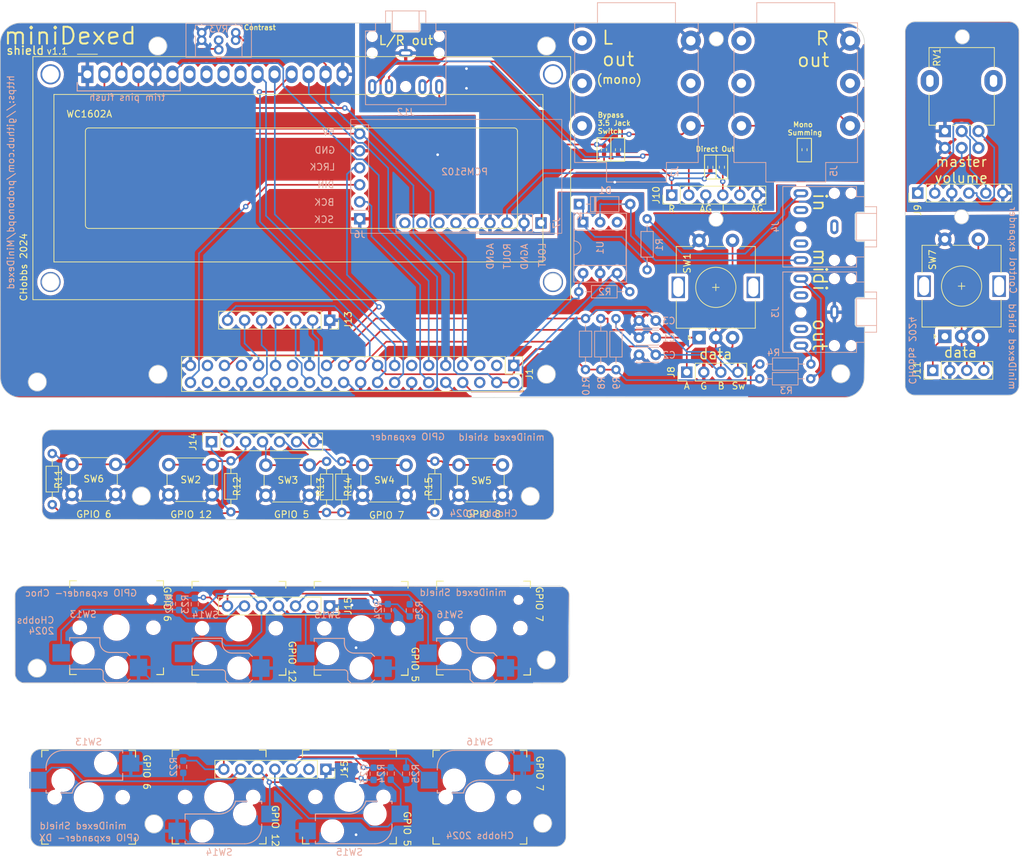
<source format=kicad_pcb>
(kicad_pcb (version 20221018) (generator pcbnew)
  (layers (0 "F.Cu" signal) (31 "B.Cu" signal) (34 "B.Paste" user) (35 "F.Paste" user) (36 "B.SilkS" user "B.Silkscreen") (37 "F.SilkS" user "F.Silkscreen") (38 "B.Mask" user) (39 "F.Mask" user) (44 "Edge.Cuts" user))
  (net 0 "")
  (net 1 "Net-(D1-K)")
  (net 2 "Net-(D1-A)")
  (net 3 "EncSW")
  (net 4 "Net-(DS1-VO)")
  (net 5 "lcd_RS")
  (net 6 "lcd_E")
  (net 7 "lcd_D4")
  (net 8 "lcd_D5")
  (net 13 "lcd_D6")
  (net 14 "lcd_D7")
  (net 15 "Net-(J12-PadTN)")
  (net 17 "Net-(J12-PadRN)")
  (net 18 "Net-(J5-PadTN)")
  (net 19 "EncA")
  (net 20 "EncB")
  (net 23 "Rx")
  (net 25 "Net-(J9-Pin_5)")
  (net 26 "Net-(J10-Pin_2)")
  (net 27 "Net-(J10-Pin_5)")
  (net 29 "Net-(J14-Pin_1)")
  (net 30 "Net-(J14-Pin_5)")
  (net 33 "Net-(J14-Pin_2)")
  (net 34 "Tx")
  (net 37 "Net-(J14-Pin_3)")
  (net 39 "Net-(J3-PadT)")
  (net 41 "+3.3V")
  (net 42 "Net-(J14-Pin_4)")
  (net 43 "Net-(J14-Pin_6)")
  (net 44 "button5")
  (net 45 "button4")
  (net 46 "button3")
  (net 47 "button2")
  (net 50 "button1")
  (net 51 "Net-(J11-Pin_1)")
  (net 52 "Net-(J11-Pin_3)")
  (net 53 "Net-(J11-Pin_4)")
  (net 54 "GND")
  (net 55 "+5V")
  (net 56 "BCK")
  (net 57 "LRCK")
  (net 59 "DIN")
  (net 60 "GNDA")
  (net 61 "Net-(J10-Pin_1)")
  (net 67 "Net-(J9-Pin_1)")
  (net 68 "Net-(J9-Pin_2)")
  (net 69 "Net-(J3-PadR)")
  (net 70 "Net-(J9-Pin_4)")
  (net 74 "Net-(J10-Pin_4)")
  (net 75 "Net-(J4-PadR)")
  (net 77 "Net-(J15-Pin_1)")
  (net 79 "Net-(J15-Pin_3)")
  (net 80 "Net-(J15-Pin_4)")
  (net 81 "Net-(J15-Pin_5)")
  (net 82 "Net-(J15-Pin_6)")
  (footprint "Connector_PinSocket_2.54mm:PinSocket_1x07_P2.54mm_Vertical" (layer "F.Cu") (at 132.227135 163.988042 -90)
    (fp_text reference "J15")
    (fp_text value "Conn_01x07_Pin")
  )
  (footprint "Resistor_SMD:R_0402_1005Metric_Pad0.72x0.64mm_HandSolder" (layer "F.Cu") (at 191.34 74.11 90)
    (fp_text reference "R6" hide)
    (fp_text value "0R")
  )
  (footprint "Resistor_SMD:R_0402_1005Metric_Pad0.72x0.64mm_HandSolder" (layer "F.Cu") (at 175.825 71.5 -90)
    (fp_text reference "R17" hide)
    (fp_text value "0R")
  )
  (footprint "Resistor_THT:R_Axial_DIN0204_L3.6mm_D1.6mm_P7.62mm_Horizontal" (layer "F.Cu") (at 148.49 125.62 90)
    (fp_text reference "R15")
    (fp_text value "10K")
  )
  (footprint "keyswitches:Kailh_socket_MX" (layer "F.Cu") (at 135.74 168.113362 180)
    (fp_text reference "SW15")
    (fp_text value "SW_Push")
  )
  (footprint "Resistor_THT:R_Axial_DIN0204_L3.6mm_D1.6mm_P7.62mm_Horizontal" (layer "F.Cu") (at 134.6 125.65 90)
    (fp_text reference "R14")
    (fp_text value "10k")
  )
  (footprint "keyswitches:Kailh_socket_MX" (layer "F.Cu") (at 155.210814 168.152361)
    (fp_text reference "SW16")
    (fp_text value "SW_Push")
  )
  (footprint "keyswitches:Kailh_socket_MX" (layer "F.Cu") (at 96.81 168.163362)
    (fp_text reference "SW13")
    (fp_text value "SW_Push")
  )
  (footprint "keyswitches:Kailh_socket_MX" (layer "F.Cu") (at 116.290815 168.123362 180)
    (fp_text reference "SW14")
    (fp_text value "SW_Push")
  )
  (footprint "Button_Switch_THT:SW_PUSH_6mm" (layer "F.Cu") (at 100.84 122.97 180)
    (fp_text reference "SW6")
    (fp_text value "SW_Push")
  )
  (footprint "Resistor_SMD:R_0402_1005Metric_Pad0.72x0.64mm_HandSolder" (layer "F.Cu") (at 173.75 71.5 -90)
    (fp_text reference "R16" hide)
    (fp_text value "0R")
  )
  (footprint "Connector_PinSocket_2.54mm:PinSocket_1x07_P2.54mm_Vertical" (layer "F.Cu") (at 132.772392 139.61645 -90)
    (fp_text reference "J15")
    (fp_text value "Conn_01x07_Pin")
  )
  (footprint "Connector_PinHeader_2.54mm:PinHeader_2x20_P2.54mm_Vertical" (layer "F.Cu") (at 160.27 103.71 -90)
    (fp_text reference "J1")
    (fp_text value "Raspberry_Pi_2_3")
  )
  (footprint "Display:WC1602A" (layer "F.Cu") (at 96.6241 60.25)
    (fp_text reference "DS1" hide)
    (fp_text value "WC1602A")
  )
  (footprint "Resistor_SMD:R_0402_1005Metric_Pad0.72x0.64mm_HandSolder" (layer "F.Cu") (at 203.675 71.5 90)
    (fp_text reference "R7" hide)
    (fp_text value "0R")
  )
  (footprint "Resistor_THT:R_Axial_DIN0204_L3.6mm_D1.6mm_P7.62mm_Horizontal" (layer "F.Cu") (at 132.33 125.65 90)
    (fp_text reference "R13")
    (fp_text value "10K")
  )
  (footprint "Connector_PinHeader_2.54mm:PinHeader_1x06_P2.54mm_Vertical" (layer "F.Cu") (at 220.58 77.975 90)
    (fp_text reference "J9")
    (fp_text value "Conn_01x06_Pin")
  )
  (footprint "Connector_PinSocket_2.54mm:PinSocket_1x07_P2.54mm_Vertical" (layer "F.Cu") (at 132.79 96.95 -90)
    (fp_text reference "J13")
    (fp_text value "Conn_01x07_Pin")
  )
  (footprint "keyswitches:Kailh_socket_PG1350" (layer "F.Cu") (at 100.982135 142.85)
    (fp_text reference "SW13")
    (fp_text value "SW_Push")
  )
  (footprint "Resistor_THT:R_Axial_DIN0204_L3.6mm_D1.6mm_P7.62mm_Horizontal" (layer "F.Cu") (at 91.38 124.48 90)
    (fp_text reference "R11")
    (fp_text value "10K")
  )
  (footprint "Connector_PinHeader_2.54mm:PinHeader_1x04_P2.54mm_Vertical" (layer "F.Cu") (at 222.82 104.445 90)
    (fp_text reference "J11")
    (fp_text value "Conn_01x04_Pin")
  )
  (footprint "Rotary_Encoder:RotaryEncoder_Alps_EC11E-Switch_Vertical_H20mm" (layer "F.Cu") (at 187.93 99.55 90)
    (fp_text reference "SW1")
    (fp_text value "RotaryEncoder_Switch")
  )
  (footprint "Resistor_THT:R_Axial_DIN0204_L3.6mm_D1.6mm_P7.62mm_Horizontal" (layer "F.Cu") (at 118.04 125.57 90)
    (fp_text reference "R12")
    (fp_text value "10K")
  )
  (footprint "Button_Switch_THT:SW_PUSH_6mm" (layer "F.Cu") (at 129.76 123.09 180)
    (fp_text reference "SW3")
    (fp_text value "SW_Push")
  )
  (footprint "keyswitches:Kailh_socket_PG1350" (layer "F.Cu") (at 137.487135 142.95)
    (fp_text reference "SW15")
    (fp_text value "SW_Push")
  )
  (footprint "Connector_PinSocket_2.54mm:PinSocket_1x07_P2.54mm_Vertical" (layer "F.Cu") (at 115.15 115.105 90)
    (fp_text reference "J14")
    (fp_text value "Conn_01x07_Pin")
  )
  (footprint "keyswitches:Kailh_socket_PG1350" (layer "F.Cu") (at 119.242135 142.94)
    (fp_text reference "SW14")
    (fp_text value "SW_Push")
  )
  (footprint "keyswitches:Kailh_socket_PG1350" (layer "F.Cu") (at 155.756071 142.91)
    (fp_text reference "SW16")
    (fp_text value "SW_Push")
  )
  (footprint "Rotary_Encoder:RotaryEncoder_Alps_EC11E-Switch_Vertical_H20mm" (layer "F.Cu") (at 224.62 99.37 90)
    (fp_text reference "SW7")
    (fp_text value "RotaryEncoder_Switch")
  )
  (footprint "Button_Switch_THT:SW_PUSH_6mm" (layer "F.Cu") (at 158.59 123.07 180)
    (fp_text reference "SW5")
    (fp_text value "SW_Push")
  )
  (footprint "Resistor_SMD:R_0402_1005Metric_Pad0.72x0.64mm_HandSolder" (layer "F.Cu") (at 189.61 74.12 90)
    (fp_text reference "R5" hide)
    (fp_text value "0R")
  )
  (footprint "Button_Switch_THT:SW_PUSH_6mm" (layer "F.Cu") (at 144.2 123.09 180)
    (fp_text reference "SW4")
    (fp_text value "SW_Push")
  )
  (footprint "Button_Switch_THT:SW_PUSH_6mm" (layer "F.Cu") (at 115.27 123.02 180)
    (fp_text reference "SW2")
    (fp_text value "SW_Push")
  )
  (footprint "Potentiometer_THT:Potentiometer_Alpha_RD902F-40-00D_Dual_Vertical" (layer "F.Cu") (at 224.635 68.73 90)
    (fp_text reference "RV1")
    (fp_text value "R_Potentiometer_Dual")
  )
  (footprint "Connector_PinHeader_2.54mm:PinHeader_1x06_P2.54mm_Vertical" (layer "F.Cu") (at 183.86 78.28 90)
    (fp_text reference "J10")
    (fp_text value "Conn_01x06_Pin")
  )
  (footprint "Connector_PinHeader_2.54mm:PinHeader_1x04_P2.54mm_Vertical" (layer "F.Cu") (at 186.1 104.71 90)
    (fp_text reference "J8")
    (fp_text value "Conn_01x04_Pin")
  )
  (footprint "Resistor_SMD:R_0603_1608Metric_Pad0.98x0.95mm_HandSolder" (layer "B.Cu") (at 141.912814 164.636361 -90)
    (fp_text reference "R24")
    (fp_text value "10K")
  )
  (footprint "Resistor_THT:R_Axial_DIN0204_L3.6mm_D1.6mm_P7.62mm_Horizontal" (layer "B.Cu") (at 173.26 104.33 90)
    (fp_text reference "R8")
    (fp_text value "10K")
  )
  (footprint "Resistor_THT:R_Axial_DIN0204_L3.6mm_D1.6mm_P7.62mm_Horizontal" (layer "B.Cu") (at 196.98 105.69)
    (fp_text reference "R3")
    (fp_text value "33")
  )
  (footprint "Connector_PinHeader_2.54mm:PinHeader_1x06_P2.54mm_Vertical" (layer "B.Cu") (at 137.27 81.82)
    (fp_text reference "J6")
    (fp_text value "Conn_01x06_Pin")
  )
  (footprint "Resistor_SMD:R_0603_1608Metric_Pad0.98x0.95mm_HandSolder" (layer "B.Cu") (at 139.351475 164.665022 -90)
    (fp_text reference "R23")
    (fp_text value "10k")
  )
  (footprint "Resistor_SMD:R_0603_1608Metric_Pad0.98x0.95mm_HandSolder" (layer "B.Cu") (at 141.47 140.23 -90)
    (fp_text reference "R24")
    (fp_text value "10K")
  )
  (footprint "Capacitor_THT:C_Disc_D3.0mm_W2.0mm_P2.50mm" (layer "B.Cu") (at 181.47 99.56 180)
    (fp_text reference "C1")
    (fp_text value "C_Small")
  )
  (footprint "Resistor_SMD:R_0603_1608Metric_Pad0.98x0.95mm_HandSolder" (layer "B.Cu") (at 144.198814 164.636361 90)
    (fp_text reference "R25")
    (fp_text value "10K")
  )
  (footprint "Connector_Audio:Jack_6.35mm_Neutrik_NMJ6HCD3_Horizontal" (layer "B.Cu") (at 186.7 67.93 90)
    (fp_text reference "J2")
    (fp_text value "AudioJack2_Switch")
  )
  (footprint "Connector_Audio:Jack_3.5mm_CUI_SJ1-3525N_Horizontal" (layer "B.Cu") (at 144.14 57.08)
    (fp_text reference "J12")
    (fp_text value "AudioJack3_SwitchTR")
    (fp_line (start -2.2 -4.5) (end -6.5 -4.5) (stroke (width 0.12)) (layer "Edge.Cuts"))
    (fp_line (start -2.2 -3.5) (end -2.2 -4.5) (stroke (width 0.12)) (layer "Edge.Cuts"))
    (fp_line (start 1.8 -3.1) (end -1.8 -3.1) (stroke (width 0.12)) (layer "Edge.Cuts"))
    (fp_line (start 2.2 -4.5) (end 6.5 -4.5) (stroke (width 0.12)) (layer "Edge.Cuts"))
    (fp_line (start 2.2 -3.5) (end 2.2 -4.5) (stroke (width 0.12)) (layer "Edge.Cuts"))
    (fp_arc (start -1.8 -3.1) (mid -2.082842 -3.217158) (end -2.2 -3.5) (stroke (width 0.12)) (layer "Edge.Cuts"))
    (fp_arc (start 2.2 -3.5) (mid 2.082843 -3.217157) (end 1.8 -3.1) (stroke (width 0.12)) (layer "Edge.Cuts"))
  )
  (footprint "Resistor_THT:R_Axial_DIN0204_L3.6mm_D1.6mm_P7.62mm_Horizontal" (layer "B.Cu") (at 170.98 104.32 90)
    (fp_text reference "R10")
    (fp_text value "10K")
  )
  (footprint "Potentiometer_THT:Potentiometer_Bourns_3296W_Vertical" (layer "B.Cu") (at 113.68 55.16 180)
    (fp_text reference "RV2" hide)
    (fp_text value "R_Potentiometer_Trim_US")
  )
  (footprint "Connector_PinHeader_2.54mm:PinHeader_1x09_P2.54mm_Vertical" (layer "B.Cu") (at 164.34 82.44 90)
    (fp_text reference "J7")
    (fp_text value "Conn_01x09_Pin")
  )
  (footprint "Resistor_SMD:R_0603_1608Metric_Pad0.98x0.95mm_HandSolder" (layer "B.Cu") (at 112.652135 139.350833 -90)
    (fp_text reference "R23")
    (fp_text value "10k")
  )
  (footprint "Diode_THT:D_DO-35_SOD27_P7.62mm_Horizontal" (layer "B.Cu") (at 170.03 79.63)
    (fp_text reference "D1")
    (fp_text value "1N4148")
  )
  (footprint "Resistor_SMD:R_0603_1608Metric_Pad0.98x0.95mm_HandSolder" (layer "B.Cu") (at 144.744071 140.264769 90)
    (fp_text reference "R25")
    (fp_text value "10K")
  )
  (footprint "Resistor_THT:R_Axial_DIN0204_L3.6mm_D1.6mm_P7.62mm_Horizontal" (layer "B.Cu") (at 180.175 89.435 90)
    (fp_text reference "R1")
    (fp_text value "220")
  )
  (footprint "Resistor_THT:R_Axial_DIN0204_L3.6mm_D1.6mm_P7.62mm_Horizontal" (layer "B.Cu") (at 175.53 104.34 90)
    (fp_text reference "R9")
    (fp_text value "10K")
  )
  (footprint "Resistor_SMD:R_0603_1608Metric_Pad0.98x0.95mm_HandSolder" (layer "B.Cu") (at 110.924814 163.620361 -90)
    (fp_text reference "R22")
    (fp_text value "10K")
  )
  (footprint "Package_DIP:DIP-6_W7.62mm_Socket" (layer "B.Cu") (at 170.62 82.32 -90)
    (fp_text reference "U1")
    (fp_text value "H11L1")
  )
  (footprint "Resistor_SMD:R_0603_1608Metric_Pad0.98x0.95mm_HandSolder" (layer "B.Cu") (at 110.302135 139.300833 -90)
    (fp_text reference "R22")
    (fp_text value "10K")
  )
  (footprint "Resistor_THT:R_Axial_DIN0204_L3.6mm_D1.6mm_P7.62mm_Horizontal" (layer "B.Cu") (at 197.01 103.5)
    (fp_text reference "R4")
    (fp_text value "10")
  )
  (footprint "Connector_Audio:Jack_3.5mm_CUI_SJ1-3525N_Horizontal" (layer "B.Cu") (at 208.13 83.01 -90)
    (fp_text reference "J4")
    (fp_text value "AudioJack4_SwitchT1")
    (fp_line (start -2.2 -4.5) (end -6.5 -4.5) (stroke (width 0.12)) (layer "Edge.Cuts"))
    (fp_line (start -2.2 -3.5) (end -2.2 -4.5) (stroke (width 0.12)) (layer "Edge.Cuts"))
    (fp_line (start 1.8 -3.1) (end -1.8 -3.1) (stroke (width 0.12)) (layer "Edge.Cuts"))
    (fp_line (start 2.2 -4.5) (end 6.5 -4.5) (stroke (width 0.12)) (layer "Edge.Cuts"))
    (fp_line (start 2.2 -3.5) (end 2.2 -4.5) (stroke (width 0.12)) (layer "Edge.Cuts"))
    (fp_arc (start -1.8 -3.1) (mid -2.082842 -3.217158) (end -2.2 -3.5) (stroke (width 0.12)) (layer "Edge.Cuts"))
    (fp_arc (start 2.2 -3.5) (mid 2.082843 -3.217157) (end 1.8 -3.1) (stroke (width 0.12)) (layer "Edge.Cuts"))
  )
  (footprint "Connector_Audio:Jack_3.5mm_CUI_SJ1-3525N_Horizontal" (layer "B.Cu") (at 208.13 95.75 -90)
    (fp_text reference "J3")
    (fp_text value "AudioJack4_SwitchT1")
    (fp_line (start -2.2 -4.5) (end -6.5 -4.5) (stroke (width 0.12)) (layer "Edge.Cuts"))
    (fp_line (start -2.2 -3.5) (end -2.2 -4.5) (stroke (width 0.12)) (layer "Edge.Cuts"))
    (fp_line (start 1.8 -3.1) (end -1.8 -3.1) (stroke (width 0.12)) (layer "Edge.Cuts"))
    (fp_line (start 2.2 -4.5) (end 6.5 -4.5) (stroke (width 0.12)) (layer "Edge.Cuts"))
    (fp_line (start 2.2 -3.5) (end 2.2 -4.5) (stroke (width 0.12)) (layer "Edge.Cuts"))
    (fp_arc (start -1.8 -3.1) (mid -2.082842 -3.217158) (end -2.2 -3.5) (stroke (width 0.12)) (layer "Edge.Cuts"))
    (fp_arc (start 2.2 -3.5) (mid 2.082843 -3.217157) (end 1.8 -3.1) (stroke (width 0.12)) (layer "Edge.Cuts"))
  )
  (footprint "Resistor_THT:R_Axial_DIN0204_L3.6mm_D1.6mm_P7.62mm_Horizontal" (layer "B.Cu") (at 177.59 92.7 180)
    (fp_text reference "R2")
    (fp_text value "470")
  )
  (footprint "Capacitor_THT:C_Disc_D3.0mm_W2.0mm_P2.50mm" (layer "B.Cu") (at 181.47 97.01 180)
    (fp_text reference "C3")
    (fp_text value "C_Small")
  )
  (footprint "Potentiometer_THT:Potentiometer_Bourns_3266W_Vertical" (layer "B.Cu") (at 113.69 54.04 180)
    (fp_text reference "RV3")
    (fp_text value "R_Potentiometer_Trim_US")
  )
  (footprint "Connector_Audio:Jack_6.35mm_Neutrik_NMJ6HCD3_Horizontal" (layer "B.Cu") (at 210.48 67.93 90)
    (fp_text reference "J5")
    (fp_text value "AudioJack2_Switch")
  )
  (footprint "Capacitor_THT:C_Disc_D3.0mm_W2.0mm_P2.50mm" (layer "B.Cu") (at 178.97 102.12)
    (fp_text reference "C2")
    (fp_text value "C_Small")
  )
  (gr_rect (start 135.93 66.98) (end 167.44 83.98) (stroke (width 0.1)) (fill none) (layer "B.SilkS"))
  (gr_line (start 95.1 61.475) (end 95.1 62.725) (stroke (width 0.15)) (layer "B.SilkS"))
  (gr_line (start 95.1 62.725) (end 110.475 62.725) (stroke (width 0.15)) (layer "B.SilkS"))
  (gr_line (start 110.475 62.725) (end 110.475 61.425) (stroke (width 0.15)) (layer "B.SilkS"))
  (gr_rect (start 172.7 69.725) (end 176.825 73.225) (stroke (width 0.15)) (fill none) (layer "F.SilkS"))
  (gr_rect (start 188.75 72.3) (end 192.2 75.875) (stroke (width 0.15)) (fill none) (layer "F.SilkS"))
  (gr_rect (start 202.585 69.81) (end 204.71 73.31) (stroke (width 0.15)) (fill none) (layer "F.SilkS"))
  (gr_line (start 190.475 72.3) (end 190.475 75.875) (stroke (width 0.15)) (layer "F.SilkS"))
  (gr_line (start 174.7625 69.725) (end 174.7625 73.225) (stroke (width 0.15)) (layer "F.SilkS"))
  (gr_line (start 137.64 52.58) (end 86.638391 52.578391) (stroke (width 0.1)) (layer "Edge.Cuts"))
  (gr_arc (start 91.36 126.73) (mid 90.29934 126.29066) (end 89.86 125.23) (stroke (width 0.1)) (layer "Edge.Cuts"))
  (gr_line (start 86.648391 108.491609) (end 157.325 108.5) (stroke (width 0.1)) (layer "Edge.Cuts"))
  (gr_arc (start 87.306072 151.12877) (mid 86.245412 150.68943) (end 85.806072 149.62877) (stroke (width 0.1)) (layer "Edge.Cuts"))
  (gr_circle (center 190.51 54.97) (end 190.51 53.91) (stroke (width 0.1)) (fill none) (layer "Edge.Cuts"))
  (gr_circle (center 104.685 123.205) (end 105.275 124.425) (stroke (width 0.1)) (fill none) (layer "Edge.Cuts"))
  (gr_line (start 87.306072 151.12877) (end 167.096072 151.16277) (stroke (width 0.1)) (layer "Edge.Cuts"))
  (gr_line (start 89.660815 160.996362) (end 166.540815 161.010362) (stroke (width 0.1)) (layer "Edge.Cuts"))
  (gr_arc (start 168.596072 149.66277) (mid 168.156732 150.72343) (end 167.096072 151.16277) (stroke (width 0.1)) (layer "Edge.Cuts"))
  (gr_circle (center 89.118071 148.900769) (end 90.468071 148.900769) (stroke (width 0.1)) (fill none) (layer "Edge.Cuts"))
  (gr_circle (center 165.126732 147.684431) (end 165.786732 148.86211) (stroke (width 0.1)) (fill none) (layer "Edge.Cuts"))
  (gr_arc (start 167.086072 136.63877) (mid 168.146732 137.07811) (end 168.586072 138.13877) (stroke (width 0.1)) (layer "Edge.Cuts"))
  (gr_circle (center 107.13 56.03) (end 108.22 56.83) (stroke (width 0.1)) (fill none) (layer "Edge.Cuts"))
  (gr_circle (center 162.745 123.247321) (end 163.595 124.295) (stroke (width 0.1)) (fill none) (layer "Edge.Cuts"))
  (gr_line (start 212.63 76.51) (end 212.627947 55.668666) (stroke (width 0.1)) (layer "Edge.Cuts"))
  (gr_circle (center 165.14434 105.017981) (end 165.99434 106.06566) (stroke (width 0.1)) (fill none) (layer "Edge.Cuts"))
  (gr_line (start 85.806072 138.11477) (end 85.806072 149.62877) (stroke (width 0.1)) (layer "Edge.Cuts"))
  (gr_arc (start 209.618975 52.58) (mid 211.775 53.489605) (end 212.627947 55.668666) (stroke (width 0.1)) (layer "Edge.Cuts"))
  (gr_line (start 234.19 52.39) (end 220.2 52.39) (stroke (width 0.1)) (layer "Edge.Cuts"))
  (gr_circle (center 106.565815 172.141537) (end 106.565815 170.786362) (stroke (width 0.1)) (fill none) (layer "Edge.Cuts"))
  (gr_line (start 218.7 53.89) (end 218.71 102.23) (stroke (width 0.1)) (layer "Edge.Cuts"))
  (gr_arc (start 166.26 125.23) (mid 165.82066 126.29066) (end 164.76 126.73) (stroke (width 0.1)) (layer "Edge.Cuts"))
  (gr_line (start 218.7 106.79) (end 218.69 105.49) (stroke (width 0.1)) (layer "Edge.Cuts"))
  (gr_line (start 89.86 114.8) (end 89.86 125.23) (stroke (width 0.1)) (layer "Edge.Cuts"))
  (gr_line (start 166.26 125.23) (end 166.25 114.79) (stroke (width 0.1)) (layer "Edge.Cuts"))
  (gr_line (start 91.36 126.73) (end 164.76 126.73) (stroke (width 0.1)) (layer "Edge.Cuts"))
  (gr_arc (start 234.19 52.39) (mid 235.25066 52.82934) (end 235.69 53.89) (stroke (width 0.1)) (layer "Edge.Cuts"))
  (gr_circle (center 91.125 91.24418) (end 92.065 92.11418) (stroke (width 0.1)) (fill none) (layer "Edge.Cuts"))
  (gr_line (start 87.306072 136.61477) (end 167.086072 136.63877) (stroke (width 0.1)) (layer "Edge.Cuts"))
  (gr_circle (center 209.08 104.94) (end 209.73 106.13) (stroke (width 0.1)) (fill none) (layer "Edge.Cuts"))
  (gr_circle (center 190.46 81.89) (end 190.46 80.83) (stroke (width 0.1)) (fill none) (layer "Edge.Cuts"))
  (gr_circle (center 165.16 56.03) (end 164.65 57.28) (stroke (width 0.1)) (fill none) (layer "Edge.Cuts"))
  (gr_arc (start 212.591609 105.471609) (mid 211.71 107.6) (end 209.581609 108.481609) (stroke (width 0.1)) (layer "Edge.Cuts"))
  (gr_arc (start 218.7 53.89) (mid 219.13934 52.82934) (end 220.2 52.39) (stroke (width 0.1)) (layer "Edge.Cuts"))
  (gr_arc (start 85.806072 138.11477) (mid 86.245412 137.05411) (end 87.306072 136.61477) (stroke (width 0.1)) (layer "Edge.Cuts"))
  (gr_circle (center 166.125 91.225) (end 166.725 92.365) (stroke (width 0.1)) (fill none) (layer "Edge.Cuts"))
  (gr_line (start 235.68 106.79) (end 235.69 53.89) (stroke (width 0.1)) (layer "Edge.Cuts"))
  (gr_arc (start 164.75 113.29) (mid 165.81066 113.72934) (end 166.25 114.79) (stroke (width 0.1)) (layer "Edge.Cuts"))
  (gr_circle (center 227.115 81.5146) (end 227.115 80.4546) (stroke (width 0.1)) (fill none) (layer "Edge.Cuts"))
  (gr_arc (start 235.68 106.644348) (mid 235.240649 107.705012) (end 234.18 108.144348) (stroke (width 0.1)) (layer "Edge.Cuts"))
  (gr_arc (start 83.628391 55.588391) (mid 84.51 53.46) (end 86.638391 52.578391) (stroke (width 0.1)) (layer "Edge.Cuts"))
  (gr_line (start 168.050815 174.034362) (end 168.040815 162.522362) (stroke (width 0.1)) (layer "Edge.Cuts"))
  (gr_arc (start 88.160815 162.496362) (mid 88.600143 161.43569) (end 89.660815 160.996362) (stroke (width 0.1)) (layer "Edge.Cuts"))
  (gr_line (start 88.160815 162.496362) (end 88.160815 174.010362) (stroke (width 0.1)) (layer "Edge.Cuts"))
  (gr_line (start 91.36 113.3) (end 164.75 113.29) (stroke (width 0.1)) (layer "Edge.Cuts"))
  (gr_arc (start 89.660815 175.510362) (mid 88.600086 175.071068) (end 88.160815 174.010362) (stroke (width 0.1)) (layer "Edge.Cuts"))
  (gr_arc (start 86.648391 108.491609) (mid 84.52 107.61) (end 83.638391 105.481609) (stroke (width 0.1)) (layer "Edge.Cuts"))
  (gr_line (start 157.325 108.5) (end 209.581609 108.481609) (stroke (width 0.1)) (layer "Edge.Cuts"))
  (gr_circle (center 164.581475 172.056023) (end 165.241475 173.233702) (stroke (width 0.1)) (fill none) (layer "Edge.Cuts"))
  (gr_line (start 212.63 102.25) (end 212.591609 105.471609) (stroke (width 0.1)) (layer "Edge.Cuts"))
  (gr_line (start 150.64 52.58) (end 209.618975 52.58) (stroke (width 0.1)) (layer "Edge.Cuts"))
  (gr_arc (start 89.86 114.8) (mid 90.29934 113.73934) (end 91.36 113.3) (stroke (width 0.1)) (layer "Edge.Cuts"))
  (gr_line (start 218.69 105.49) (end 218.71 102.23) (stroke (width 0.1)) (layer "Edge.Cuts"))
  (gr_line (start 168.596072 149.66277) (end 168.586072 138.15077) (stroke (width 0.1)) (layer "Edge.Cuts"))
  (gr_arc (start 220.19 108.155) (mid 219.12934 107.71566) (end 218.69 106.655) (stroke (width 0.1)) (layer "Edge.Cuts"))
  (gr_line (start 220.19 108.155) (end 234.17 108.155) (stroke (width 0.1)) (layer "Edge.Cuts"))
  (gr_line (start 83.628391 55.588391) (end 83.638391 105.481609) (stroke (width 0.1)) (layer "Edge.Cuts"))
  (gr_circle (center 89.154 106.172) (end 90.504 106.172) (stroke (width 0.1)) (fill none) (layer "Edge.Cuts"))
  (gr_arc (start 168.050815 174.034362) (mid 167.611463 175.09501) (end 166.550815 175.534362) (stroke (width 0.1)) (layer "Edge.Cuts"))
  (gr_line (start 89.660815 175.510362) (end 166.550815 175.534362) (stroke (width 0.1)) (layer "Edge.Cuts"))
  (gr_circle (center 227.23 54.65) (end 227.23 53.59) (stroke (width 0.1)) (fill none) (layer "Edge.Cuts"))
  (gr_circle (center 107.165 105.035175) (end 107.165 103.68) (stroke (width 0.1)) (fill none) (layer "Edge.Cuts"))
  (gr_arc (start 166.540815 161.010362) (mid 167.601406 161.449748) (end 168.040815 162.510362) (stroke (width 0.1)) (layer "Edge.Cuts"))
  (gr_text "CHobbs 2024" (at 219.17 106.63 -90) (layer "B.SilkS") (effects (font (size 1 1)) (justify left bottom mirror)))
  (gr_text "GPIO expander" (at 150.09 114.95) (layer "B.SilkS") (effects (font (size 1 1)) (justify left bottom mirror)))
  (gr_text "miniDexed Shield" (at 159.32 138.19) (layer "B.SilkS") (effects (font (size 1 1)) (justify left bottom mirror)))
  (gr_text "https://github.com/probonopd/MiniDexed" (at 85.775 60.3 90) (layer "B.SilkS") (effects (font (size 1 1)) (justify left bottom mirror)))
  (gr_text "GPIO expander- DX" (at 104.52 174.81) (layer "B.SilkS") (effects (font (size 1 1)) (justify left bottom mirror)))
  (gr_text "trim pins flush" (at 108.325 64.275) (layer "B.SilkS") (effects (font (size 1 1)) (justify left bottom mirror)))
  (gr_text "miniDexed Shield" (at 102.59 173.02) (layer "B.SilkS") (effects (font (size 1 1)) (justify left bottom mirror)))
  (gr_text "5V" (at 133.64 69.47) (layer "B.SilkS") (effects (font (size 1 1)) (justify left bottom mirror)))
  (gr_text "ROUT" (at 159.87 85.37 90) (layer "B.SilkS") (effects (font (size 1 1)) (justify left bottom mirror)))
  (gr_text "CHobbs 2024" (at 160.94 126.38) (layer "B.SilkS") (effects (font (size 1 1)) (justify left bottom mirror)))
  (gr_text "GPIO expander- Choc" (at 104.13 138.27) (layer "B.SilkS") (effects (font (size 1 1)) (justify left bottom mirror)))
  (gr_text "AGND" (at 162.45 85.43 90) (layer "B.SilkS") (effects (font (size 1 1)) (justify left bottom mirror)))
  (gr_text "miniDexed shield" (at 234.1 107.41 -90) (layer "B.SilkS") (effects (font (size 1 1)) (justify left bottom mirror)))
  (gr_text "BCK" (at 133.58 79.94) (layer "B.SilkS") (effects (font (size 1 1)) (justify left bottom mirror)))
  (gr_text "Control expander\n" (at 234.21 79.94 -90) (layer "B.SilkS") (effects (font (size 1 1)) (justify right bottom mirror)))
  (gr_text "DIN" (at 133.58 77.3) (layer "B.SilkS") (effects (font (size 1 1)) (justify left bottom mirror)))
  (gr_text "CHobbs\n2024" (at 91.76 143.93) (layer "B.SilkS") (effects (font (size 1 1)) (justify left bottom mirror)))
  (gr_text "miniDexed shield" (at 164.97 115.01) (layer "B.SilkS") (effects (font (size 1 1)) (justify left bottom mirror)))
  (gr_text "CHobbs 2024" (at 160.401475 174.485022) (layer "B.SilkS") (effects (font (size 1 1)) (justify left bottom mirror)))
  (gr_text "PCM5102" (at 156.51 75.38) (layer "B.SilkS") (effects (font (size 1 1)) (justify left bottom mirror)))
  (gr_text "LRCK" (at 133.7 74.67) (layer "B.SilkS") (effects (font (size 1 1)) (justify left bottom mirror)))
  (gr_text "SCK" (at 133.51 82.51) (layer "B.SilkS") (effects (font (size 1 1)) (justify left bottom mirror)))
  (gr_text "AGND" (at 157.34 85.37 90) (layer "B.SilkS") (effects (font (size 1 1)) (justify left bottom mirror)))
  (gr_text "LOUT" (at 165.1 85.31 90) (layer "B.SilkS") (effects (font (size 1 1)) (justify left bottom mirror)))
  (gr_text "GND" (at 133.7 72.16) (layer "B.SilkS") (effects (font (size 1 1)) (justify left bottom mirror)))
  (gr_text "GPIO 6" (at 107.962135 136.623333 -90) (layer "F.SilkS") (effects (font (size 1 1)) (justify left bottom)))
  (gr_text "in" (at 204.825 77.8 -90) (layer "F.SilkS") (effects (font (size 2 2) (thickness 0.25)) (justify left bottom)))
  (gr_text "v1.1" (at 90.45 57.375) (layer "F.SilkS") (effects (font (size 1 1)) (justify left bottom)))
  (gr_text "CHobbs 2024" (at 87.7 89.04 90) (layer "F.SilkS") (effects (font (size 1 1)) (justify bottom)))
  (gr_text "GPIO 12" (at 124.091475 169.245022 -90) (layer "F.SilkS") (effects (font (size 1 1)) (justify left bottom)))
  (gr_text "(mono)" (at 179.5 61.75) (layer "F.SilkS") (effects (font (size 1.25 1.25) (thickness 0.2)) (justify right bottom)))
  (gr_text "AG" (at 195.575 80.925) (layer "F.SilkS") (effects (font (size 1 1)) (justify left bottom)))
  (gr_text "Mono \nSumming" (at 203.725 69.4) (layer "F.SilkS") (effects (font (size 0.75 0.75)) (justify bottom)))
  (gr_text "GPIO 6" (at 104.901475 161.695022 -90) (layer "F.SilkS") (effects (font (size 1 1)) (justify left bottom)))
  (gr_text "AG" (at 187.9 80.925) (layer "F.SilkS") (effects (font (size 1 1)) (justify left bottom)))
  (gr_text "R\nout" (at 207.525 59.3) (layer "F.SilkS") (effects (font (size 2 2) (thickness 0.25)) (justify right bottom)))
  (gr_text "GPIO 7" (at 163.561475 161.885022 -90) (layer "F.SilkS") (effects (font (size 1 1)) (justify left bottom)))
  (gr_text "shield" (at 84.425 57.425) (layer "F.SilkS") (effects (font (size 1.25 1.25) (thickness 0.2)) (justify left bottom)))
  (gr_text "Direct Out" (at 187.35 71.85) (layer "F.SilkS") (effects (font (size 0.75 0.75)) (justify left bottom)))
  (gr_text "master\nvolume" (at 227.07 76.595) (layer "F.SilkS") (effects (font (size 1.5 1.5) (thickness 0.2)) (justify bottom)))
  (gr_text "L\nout" (at 173.325 59.175) (layer "F.SilkS") (effects (font (size 2 2) (thickness 0.25)) (justify left bottom)))
  (gr_text "GPIO 7" (at 138.58 126.64) (layer "F.SilkS") (effects (font (size 1 1)) (justify left bottom)))
  (gr_text "GPIO 5" (at 144.952135 145.623333 -90) (layer "F.SilkS") (effects (font (size 1 1)) (justify left bottom)))
  (gr_text "GPIO 5" (at 124.39 126.54) (layer "F.SilkS") (effects (font (size 1 1)) (justify left bottom)))
  (gr_text "GPIO 5" (at 143.771475 170.155022 -90) (layer "F.SilkS") (effects (font (size 1 1)) (justify left bottom)))
  (gr_text "miniDexed" (at 83.95 55.975) (layer "F.SilkS") (effects (font (size 2.5 2.6) (thickness 0.3)) (justify left bottom)))
  (gr_text "GPIO 12" (at 126.602135 144.723333 -90) (layer "F.SilkS") (effects (font (size 1 1)) (justify left bottom)))
  (gr_text "midi" (at 204.825 86.075 -90) (layer "F.SilkS") (effects (font (size 2 2) (thickness 0.25)) (justify left bottom)))
  (gr_text "R" (at 183.25 80.925) (layer "F.SilkS") (effects (font (size 1 1)) (justify left bottom)))
  (gr_text "data" (at 224.37 102.645) (layer "F.SilkS") (effects (font (size 1.5 1.5) (thickness 0.2)) (justify left bottom)))
  (gr_text "A" (at 185.575 107.35) (layer "F.SilkS") (effects (font (size 1 1)) (justify left bottom)))
  (gr_text "B" (at 190.625 107.35) (layer "F.SilkS") (effects (font (size 1 1)) (justify left bottom)))
  (gr_text "Sw" (at 192.725 107.35) (layer "F.SilkS") (effects (font (size 1 1)) (justify left bottom)))
  (gr_text "L/R out" (at 140 55.975) (layer "F.SilkS") (effects (font (size 1.35 1.35) (thickness 0.2)) (justify left bottom)))
  (gr_text "Bypass\n3.5 Jack\nSwitch \n" (at 172.725 69.175) (layer "F.SilkS") (effects (font (size 0.75 0.75)) (justify left bottom)))
  (gr_text "GPIO 8" (at 153.01 126.5) (layer "F.SilkS") (effects (font (size 1 1)) (justify left bottom)))
  (gr_text "data" (at 187.825 102.9) (layer "F.SilkS") (effects (font (size 1.5 1.5) (thickness 0.2)) (justify left bottom)))
  (gr_text "GPIO 6" (at 94.87 126.51) (layer "F.SilkS") (effects (font (size 1 1)) (justify left bottom)))
  (gr_text "GPIO 7" (at 163.502135 136.603333 270) (layer "F.SilkS") (effects (font (size 1 1)) (justify left bottom)))
  (gr_text "out" (at 204.775 96.575 -90) (layer "F.SilkS") (effects (font (size 2 2) (thickness 0.25)) (justify left bottom)))
  (gr_text "Contrast" (at 119.91 53.7) (layer "F.SilkS") (effects (font (size 0.75 0.75)) (justify left bottom)))
  (gr_text "L" (at 191.2 80.9) (layer "F.SilkS") (effects (font (size 1 1)) (justify left bottom)))
  (gr_text "G" (at 188.025 107.375) (layer "F.SilkS") (effects (font (size 1 1)) (justify left bottom)))
  (gr_text "GPIO 12" (at 108.915 126.54) (layer "F.SilkS") (effects (font (size 1 1)) (justify left bottom)))
  (segment (start 170.62 82.77) (end 172.37 84.52) (width 0.25) (layer "B.Cu") (net 1))
  (segment (start 172.37 84.52) (end 176.38 84.52) (width 0.25) (layer "B.Cu") (net 1))
  (segment (start 180.175 88.315) (end 180.175 89.435) (width 0.25) (layer "B.Cu") (net 1))
  (segment (start 170.62 82.32) (end 170.62 80.22) (width 0.25) (layer "B.Cu") (net 1))
  (segment (start 176.38 84.52) (end 180.175 88.315) (width 0.25) (layer "B.Cu") (net 1))
  (segment (start 170.62 82.32) (end 170.62 82.77) (width 0.25) (layer "B.Cu") (net 1))
  (segment (start 170.62 80.22) (end 170.03 79.63) (width 0.25) (layer "B.Cu") (net 1))
  (segment (start 173.3 79.56) (end 173.37 79.63) (width 0.25) (layer "B.Cu") (net 2))
  (segment (start 203.13 88.01) (end 181.41 88.01) (width 0.25) (layer "B.Cu") (net 2))
  (segment (start 177.75 84.35) (end 177.75 79.73) (width 0.25) (layer "B.Cu") (net 2))
  (segment (start 173.37 79.63) (end 177.65 79.63) (width 0.25) (layer "B.Cu") (net 2))
  (segment (start 177.75 79.73) (end 177.65 79.63) (width 0.25) (layer "B.Cu") (net 2))
  (segment (start 173.16 82.32) (end 173.16 79.7) (width 0.25) (layer "B.Cu") (net 2))
  (segment (start 181.41 88.01) (end 177.75 84.35) (width 0.25) (layer "B.Cu") (net 2))
  (segment (start 173.16 79.7) (end 173.3 79.56) (width 0.25) (layer "B.Cu") (net 2))
  (segment (start 192.93 94.93) (end 192.93 85.05) (width 0.25) (layer "F.Cu") (net 3))
  (segment (start 132.665 103.71) (end 132.33 103.71) (width 0.25) (layer "F.Cu") (net 3))
  (segment (start 193.72 104.71) (end 193.72 101.81) (width 0.25) (layer "F.Cu") (net 3))
  (segment (start 194.705 100.825) (end 194.705 96.825) (width 0.25) (layer "F.Cu") (net 3))
  (segment (start 193.72 101.81) (end 194.705 100.825) (width 0.25) (layer "F.Cu") (net 3))
  (segment (start 194.705 96.825) (end 192.87 94.99) (width 0.25) (layer "F.Cu") (net 3))
  (segment (start 139.675 96.7) (end 132.665 103.71) (width 0.25) (layer "F.Cu") (net 3))
  (segment (start 170.98 96.7) (end 139.675 96.7) (width 0.25) (layer "F.Cu") (net 3))
  (segment (start 192.87 94.99) (end 192.93 94.93) (width 0.25) (layer "F.Cu") (net 3))
  (segment (start 192.91 104.71) (end 189.87 101.67) (width 0.25) (layer "B.Cu") (net 3))
  (segment (start 170.98 96.7) (end 171.3 96.7) (width 0.25) (layer "B.Cu") (net 3))
  (segment (start 193.72 104.71) (end 192.91 104.71) (width 0.25) (layer "B.Cu") (net 3))
  (segment (start 189.87 101.67) (end 186.13 101.67) (width 0.25) (layer "B.Cu") (net 3))
  (segment (start 186.13 101.67) (end 181.47 97.01) (width 0.25) (layer "B.Cu") (net 3))
  (segment (start 171.3 96.7) (end 172.55 95.45) (width 0.25) (layer "B.Cu") (net 3))
  (segment (start 172.55 95.45) (end 179.91 95.45) (width 0.25) (layer "B.Cu") (net 3))
  (segment (start 179.91 95.45) (end 181.47 97.01) (width 0.25) (layer "B.Cu") (net 3))
  (segment (start 103.36 53.07) (end 111.15 53.07) (width 0.25) (layer "F.Cu") (net 4))
  (segment (start 111.19 56) (end 111.64 56.45) (width 0.25) (layer "F.Cu") (net 4))
  (segment (start 101.74 60.23) (end 101.74 54.69) (width 0.25) (layer "F.Cu") (net 4))
  (segment (start 111.19 53.11) (end 111.19 56) (width 0.25) (layer "F.Cu") (net 4))
  (segment (start 111.64 56.45) (end 116.1 56.45) (width 0.25) (layer "F.Cu") (net 4))
  (segment (start 111.15 53.07) (end 111.19 53.11) (width 0.25) (layer "F.Cu") (net 4))
  (segment (start 116.1 56.45) (end 116.23 56.58) (width 0.25) (layer "F.Cu") (net 4))
  (segment (start 116.23 56.58) (end 116.23 55.17) (width 0.25) (layer "F.Cu") (net 4))
  (segment (start 116.23 55.17) (end 116.22 55.16) (width 0.25) (layer "F.Cu") (net 4))
  (segment (start 101.74 54.69) (end 103.36 53.07) (width 0.25) (layer "F.Cu") (net 4))
  (segment (start 135.05 65.275) (end 106.425 65.275) (width 0.25) (layer "F.Cu") (net 5))
  (segment (start 104.2441 63.0941) (end 104.2441 60.6743) (width 0.25) (layer "F.Cu") (net 5))
  (segment (start 106.425 65.275) (end 104.2441 63.0941) (width 0.25) (layer "F.Cu") (net 5))
  (via (at 135.05 65.275) (size 0.8) (drill 0.4) (layers "F.Cu" "B.Cu") (net 5))
  (segment (start 152.65 87.7497) (end 147.83 82.9297) (width 0.25) (layer "B.Cu") (net 5))
  (segment (start 147.83 82.9297) (end 147.83 77.855) (width 0.25) (layer "B.Cu") (net 5))
  (segment (start 135.225 65.25) (end 135.05 65.275) (width 0.25) (layer "B.Cu") (net 5))
  (segment (start 152.65 103.71) (end 152.65 87.7497) (width 0.25) (layer "B.Cu") (net 5))
  (segment (start 135.05 65.275) (end 135.075 65.25) (width 0.25) (layer "B.Cu") (net 5))
  (segment (start 104.28 59.77) (end 104.28 60.23) (width 0.25) (layer "B.Cu") (net 5))
  (segment (start 147.83 77.855) (end 135.225 65.25) (width 0.25) (layer "B.Cu") (net 5))
  (segment (start 109.36 60.23) (end 109.36 60.065) (width 0.25) (layer "B.Cu") (net 6))
  (segment (start 137.727 72.93) (end 140.12 75.3223) (width 0.25) (layer "B.Cu") (net 6))
  (segment (start 140.12 75.3223) (end 140.12 83.645) (width 0.25) (layer "B.Cu") (net 6))
  (segment (start 147.57 91.095) (end 147.57 103.71) (width 0.25) (layer "B.Cu") (net 6))
  (segment (start 136.804 72.93) (end 137.727 72.93) (width 0.25) (layer "B.Cu") (net 6))
  (segment (start 110.8421 58.5829) (end 125.106 58.5829) (width 0.25) (layer "B.Cu") (net 6))
  (segment (start 140.12 83.645) (end 147.57 91.095) (width 0.25) (layer "B.Cu") (net 6))
  (segment (start 125.87 61.9957) (end 136.804 72.93) (width 0.25) (layer "B.Cu") (net 6))
  (segment (start 125.106 58.5829) (end 125.87 59.3466) (width 0.25) (layer "B.Cu") (net 6))
  (segment (start 125.87 59.3466) (end 125.87 61.9957) (width 0.25) (layer "B.Cu") (net 6))
  (segment (start 109.36 60.065) (end 110.8421 58.5829) (width 0.25) (layer "B.Cu") (net 6))
  (segment (start 123.287 81.362) (end 123.287 61.457) (width 0.25) (layer "B.Cu") (net 7))
  (segment (start 142.49 100.565) (end 123.287 81.362) (width 0.25) (layer "B.Cu") (net 7))
  (segment (start 123.287 61.457) (end 122.06 60.23) (width 0.25) (layer "B.Cu") (net 7))
  (segment (start 142.49 103.71) (end 142.49 100.565) (width 0.25) (layer "B.Cu") (net 7))
  (segment (start 124.6 81.15) (end 124.6 60.23) (width 0.25) (layer "B.Cu") (net 8))
  (segment (start 142.49 106.25) (end 143.775 104.965) (width 0.25) (layer "B.Cu") (net 8))
  (segment (start 143.775 100.325) (end 124.6 81.15) (width 0.25) (layer "B.Cu") (net 8))
  (segment (start 143.775 104.965) (end 143.775 100.325) (width 0.25) (layer "B.Cu") (net 8))
  (segment (start 127.1241 60.23) (end 124.5009 62.8532) (width 0.25) (layer "F.Cu") (net 13))
  (segment (start 124.5009 62.8532) (end 122.3 62.8532) (width 0.25) (layer "F.Cu") (net 13))
  (segment (start 127.14 60.23) (end 127.1241 60.23) (width 0.25) (layer "F.Cu") (net 13))
  (via (at 122.3 62.8532) (size 0.8) (drill 0.4) (layers "F.Cu" "B.Cu") (net 13))
  (segment (start 141.141 101.016) (end 122.385 82.26) (width 0.25) (layer "B.Cu") (net 13))
  (segment (start 139.95 106.25) (end 139.95 105.7) (width 0.25) (layer "B.Cu") (net 13))
  (segment (start 141.141 104.509) (end 141.141 101.016) (width 0.25) (layer "B.Cu") (net 13))
  (segment (start 139.95 105.7) (end 141.141 104.509) (width 0.25) (layer "B.Cu") (net 13))
  (segment (start 122.385 62.9382) (end 122.3 62.8532) (width 0.25) (layer "B.Cu") (net 13))
  (segment (start 122.385 82.26) (end 122.385 62.9382) (width 0.25) (layer "B.Cu") (net 13))
  (segment (start 148.19 107.46) (end 148.825 106.825) (width 0.25) (layer "B.Cu") (net 14))
  (segment (start 136.956 70.4831) (end 129.68 63.2071) (width 0.25) (layer "B.Cu") (net 14))
  (segment (start 141.525 74.2461) (end 137.762 70.4831) (width 0.25) (layer "B.Cu") (net 14))
  (segment (start 137.762 70.4831) (end 136.956 70.4831) (width 0.25) (layer "B.Cu") (net 14))
  (segment (start 135.4 106.25) (end 136.61 107.46) (width 0.25) (layer "B.Cu") (net 14))
  (segment (start 148.825 106.825) (end 148.825 90.475) (width 0.25) (layer "B.Cu") (net 14))
  (segment (start 136.61 107.46) (end 148.19 107.46) (width 0.25) (layer "B.Cu") (net 14))
  (segment (start 141.525 83.175) (end 141.525 74.2461) (width 0.25) (layer "B.Cu") (net 14))
  (segment (start 134.87 106.25) (end 135.4 106.25) (width 0.25) (layer "B.Cu") (net 14))
  (segment (start 129.68 63.2071) (end 129.68 60.23) (width 0.25) (layer "B.Cu") (net 14))
  (segment (start 148.825 90.475) (end 141.525 83.175) (width 0.25) (layer "B.Cu") (net 14))
  (segment (start 166.295 70.725) (end 172.65 70.725) (width 0.25) (layer "F.Cu") (net 15))
  (segment (start 172.65 70.725) (end 172.825 70.9) (width 0.25) (layer "F.Cu") (net 15))
  (segment (start 186.7 67.93) (end 189.68 67.93) (width 0.25) (layer "F.Cu") (net 15))
  (segment (start 173.7475 70.9) (end 173.75 70.9025) (width 0.25) (layer "F.Cu") (net 15))
  (segment (start 203.475 72.325) (end 203.675 72.525) (width 0.25) (layer "F.Cu") (net 15))
  (segment (start 172.825 70.9) (end 173.7475 70.9) (width 0.25) (layer "F.Cu") (net 15))
  (segment (start 186.7 67.95) (end 186.72 67.93) (width 0.25) (layer "F.Cu") (net 15))
  (segment (start 148.245 60.475) (end 156.045 60.475) (width 0.25) (layer "F.Cu") (net 15))
  (segment (start 189.68 67.93) (end 194.075 72.325) (width 0.25) (layer "F.Cu") (net 15))
  (segment (start 194.075 72.325) (end 203.475 72.325) (width 0.25) (layer "F.Cu") (net 15))
  (segment (start 156.045 60.475) (end 166.295 70.725) (width 0.25) (layer "F.Cu") (net 15))
  (segment (start 177.475 69.2) (end 185.43 69.2) (width 0.25) (layer "F.Cu") (net 15))
  (segment (start 185.43 69.2) (end 186.7 67.93) (width 0.25) (layer "F.Cu") (net 15))
  (segment (start 146.64 62.08) (end 148.245 60.475) (width 0.25) (layer "F.Cu") (net 15))
  (via (at 172.65 70.725) (size 0.8) (drill 0.4) (layers "F.Cu" "B.Cu") (net 15))
  (via (at 177.475 69.2) (size 0.8) (drill 0.4) (layers "F.Cu" "B.Cu") (net 15))
  (segment (start 175.05 69.15) (end 177.425 69.15) (width 0.25) (layer "B.Cu") (net 15))
  (segment (start 172.65 70.725) (end 173.475 70.725) (width 0.25) (layer "B.Cu") (net 15))
  (segment (start 177.425 69.15) (end 177.475 69.2) (width 0.25) (layer "B.Cu") (net 15))
  (segment (start 173.475 70.725) (end 175.05 69.15) (width 0.25) (layer "B.Cu") (net 15))
  (segment (start 157.4003 58.3203) (end 164.03 64.95) (width 0.25) (layer "F.Cu") (net 17))
  (segment (start 207.5 64.95) (end 210.48 67.93) (width 0.25) (layer "F.Cu") (net 17))
  (segment (start 150.3997 58.3203) (end 157.4003 58.3203) (width 0.25) (layer "F.Cu") (net 17))
  (segment (start 179.6 64.95) (end 207.5 64.95) (width 0.25) (layer "F.Cu") (net 17))
  (segment (start 164.03 64.95) (end 176.4416 64.95) (width 0.25) (layer "F.Cu") (net 17))
  (segment (start 176.4416 64.95) (end 179.6 64.95) (width 0.25) (layer "F.Cu") (net 17))
  (segment (start 142.838 59.455) (end 149.265 59.455) (width 0.25) (layer "F.Cu") (net 17))
  (segment (start 149.265 59.455) (end 150.3997 58.3203) (width 0.25) (layer "F.Cu") (net 17))
  (segment (start 141.64 62.08) (end 141.64 60.6531) (width 0.25) (layer "F.Cu") (net 17))
  (segment (start 176.4416 70.2859) (end 175.825 70.9025) (width 0.25) (layer "F.Cu") (net 17))
  (segment (start 141.64 60.6531) (end 142.838 59.455) (width 0.25) (layer "F.Cu") (net 17))
  (segment (start 176.4416 64.95) (end 176.4416 70.2859) (width 0.25) (layer "F.Cu") (net 17))
  (segment (start 197.58 67.93) (end 200.325 70.675) (width 0.25) (layer "F.Cu") (net 18))
  (segment (start 203.475 70.675) (end 203.675 70.875) (width 0.25) (layer "F.Cu") (net 18))
  (segment (start 194.25 67.93) (end 197.58 67.93) (width 0.25) (layer "F.Cu") (net 18))
  (segment (start 200.325 70.675) (end 203.475 70.675) (width 0.25) (layer "F.Cu") (net 18))
  (segment (start 194.24 67.94) (end 194.25 67.93) (width 0.25) (layer "F.Cu") (net 18))
  (segment (start 193.01 67.94) (end 194.24 67.94) (width 0.25) (layer "F.Cu") (net 18))
  (segment (start 194.24 67.94) (end 194.25 67.94) (width 0.25) (layer "F.Cu") (net 18))
  (segment (start 140.5296 98.3954) (end 174.287 98.3954) (width 0.25) (layer "F.Cu") (net 19))
  (segment (start 173.26 96.71) (end 174.287 96.71) (width 0.25) (layer "F.Cu") (net 19))
  (segment (start 134.87 103.71) (end 135.215 103.71) (width 0.25) (layer "F.Cu") (net 19))
  (segment (start 187.93 99.55) (end 181.48 99.55) (width 0.25) (layer "F.Cu") (net 19))
  (segment (start 181.47 99.56) (end 180.305 98.3954) (width 0.25) (layer "F.Cu") (net 19))
  (segment (start 135.215 103.71) (end 140.5296 98.3954) (width 0.25) (layer "F.Cu") (net 19))
  (segment (start 180.305 98.3954) (end 174.287 98.3954) (width 0.25) (layer "F.Cu") (net 19))
  (segment (start 186.1 101.38) (end 187.93 99.55) (width 0.25) (layer "F.Cu") (net 19))
  (segment (start 181.48 99.55) (end 181.47 99.56) (width 0.25) (layer "F.Cu") (net 19))
  (segment (start 174.287 96.71) (end 174.287 98.3954) (width 0.25) (layer "F.Cu") (net 19))
  (segment (start 186.1 104.71) (end 186.1 101.38) (width 0.25) (layer "F.Cu") (net 19))
  (segment (start 191.18 102.65) (end 192.93 100.9) (width 0.25) (layer "F.Cu") (net 20))
  (segment (start 191.18 104.71) (end 191.18 102.65) (width 0.25) (layer "F.Cu") (net 20))
  (segment (start 180.22 100.87) (end 176.04 100.87) (width 0.25) (layer "F.Cu") (net 20))
  (segment (start 192.93 100.9) (end 192.93 99.55) (width 0.25) (layer "F.Cu") (net 20))
  (segment (start 137.69 103.71) (end 137.41 103.71) (width 0.25) (layer "F.Cu") (net 20))
  (segment (start 176.04 100.87) (end 175.33 100.16) (width 0.25) (layer "F.Cu") (net 20))
  (segment (start 181.47 102.12) (end 180.22 100.87) (width 0.25) (layer "F.Cu") (net 20))
  (segment (start 141.24 100.16) (end 137.69 103.71) (width 0.25) (layer "F.Cu") (net 20))
  (segment (start 175.33 100.16) (end 141.24 100.16) (width 0.25) (layer "F.Cu") (net 20))
  (segment (start 175.53 98.055) (end 178.315 100.84) (width 0.25) (layer "B.Cu") (net 20))
  (segment (start 178.315 100.84) (end 180.19 100.84) (width 0.25) (layer "B.Cu") (net 20))
  (segment (start 175.53 96.72) (end 175.53 98.055) (width 0.25) (layer "B.Cu") (net 20))
  (segment (start 190.96 104.71) (end 191.18 104.71) (width 0.25) (layer "B.Cu") (net 20))
  (segment (start 181.47 102.12) (end 181.472 102.122) (width 0.25) (layer "B.Cu") (net 20))
  (segment (start 188.372 102.122) (end 190.96 104.71) (width 0.25) (layer "B.Cu") (net 20))
  (segment (start 180.19 100.84) (end 181.47 102.12) (width 0.25) (layer "B.Cu") (net 20))
  (segment (start 181.472 102.122) (end 188.372 102.122) (width 0.25) (layer "B.Cu") (net 20))
  (segment (start 175.7 89.94) (end 175.18 89.94) (width 0.25) (layer "B.Cu") (net 23))
  (segment (start 175.7 89.94) (end 175.7 90.81) (width 0.25) (layer "B.Cu") (net 23))
  (segment (start 160.94 107.52) (end 151.38 107.52) (width 0.25) (layer "B.Cu") (net 23))
  (segment (start 161.59 103.53) (end 161.59 106.87) (width 0.25) (layer "B.Cu") (net 23))
  (segment (start 161.59 106.87) (end 160.94 107.52) (width 0.25) (layer "B.Cu") (net 23))
  (segment (start 175.18 89.94) (end 161.59 103.53) (width 0.25) (layer "B.Cu") (net 23))
  (segment (start 151.38 107.52) (end 150.11 106.25) (width 0.25) (layer "B.Cu") (net 23))
  (segment (start 175.7 90.81) (end 177.59 92.7) (width 0.25) (layer "B.Cu") (net 23))
  (segment (start 228.385 74.4431) (end 230.74 76.7981) (width 0.25) (layer "B.Cu") (net 25))
  (segment (start 230.74 76.7981) (end 230.74 77.975) (width 0.25) (layer "B.Cu") (net 25))
  (segment (start 228.385 70.0195) (end 228.385 74.4431) (width 0.25) (layer "B.Cu") (net 25))
  (segment (start 227.135 68.73) (end 227.135 68.7695) (width 0.25) (layer "B.Cu") (net 25))
  (segment (start 227.135 68.7695) (end 228.385 70.0195) (width 0.25) (layer "B.Cu") (net 25))
  (segment (start 164.84 73.55) (end 155.115 63.825) (width 0.25) (layer "F.Cu") (net 26))
  (segment (start 149.386396 63.825) (end 149.14 63.578604) (width 0.25) (layer "F.Cu") (net 26))
  (segment (start 186.4 73.575) (end 186.375 73.55) (width 0.25) (layer "F.Cu") (net 26))
  (segment (start 155.115 63.825) (end 149.386396 63.825) (width 0.25) (layer "F.Cu") (net 26))
  (segment (start 177.95 73.55) (end 173.75 73.55) (width 0.25) (layer "F.Cu") (net 26))
  (segment (start 149.14 63.578604) (end 149.14 62.08) (width 0.25) (layer "F.Cu") (net 26))
  (segment (start 186.5 73.475) (end 189.5625 73.475) (width 0.25) (layer "F.Cu") (net 26))
  (segment (start 186.375 73.55) (end 178 73.55) (width 0.25) (layer "F.Cu") (net 26))
  (segment (start 173.75 72.0975) (end 173.75 73.55) (width 0.25) (layer "F.Cu") (net 26))
  (segment (start 173.75 73.55) (end 164.84 73.55) (width 0.25) (layer "F.Cu") (net 26))
  (segment (start 186.4 73.575) (end 186.5 73.475) (width 0.25) (layer "F.Cu") (net 26))
  (segment (start 189.71 73.4225) (end 189.71 73.285) (width 0.25) (layer "F.Cu") (net 26))
  (segment (start 186.4 78.28) (end 186.4 73.575) (width 0.25) (layer "F.Cu") (net 26))
  (segment (start 194.02 76.3175) (end 191.35 73.6475) (width 0.25) (layer "F.Cu") (net 27))
  (segment (start 191.35 72.625) (end 190.975 72.25) (width 0.25) (layer "F.Cu") (net 27))
  (segment (start 179.725 72.25) (end 179.525 72.45) (width 0.25) (layer "F.Cu") (net 27))
  (segment (start 191.35 73.6475) (end 191.35 72.625) (width 0.25) (layer "F.Cu") (net 27))
  (segment (start 179.525 72.45) (end 179.35 72.625) (width 0.25) (layer "F.Cu") (net 27))
  (segment (start 176.3525 72.625) (end 175.825 72.0975) (width 0.25) (layer "F.Cu") (net 27))
  (segment (start 179.35 72.625) (end 176.3525 72.625) (width 0.25) (layer "F.Cu") (net 27))
  (segment (start 194.02 78.28) (end 194.02 76.3175) (width 0.25) (layer "F.Cu") (net 27))
  (segment (start 190.975 72.25) (end 179.725 72.25) (width 0.25) (layer "F.Cu") (net 27))
  (via (at 179.525 72.45) (size 0.8) (drill 0.4) (layers "F.Cu" "B.Cu") (net 27))
  (segment (start 156.68 58.3) (end 142.92 58.3) (width 0.25) (layer "B.Cu") (net 27))
  (segment (start 179.405 72.57) (end 170.95 72.57) (width 0.25) (layer "B.Cu") (net 27))
  (segment (start 193.58 78.28) (end 194.02 78.28) (width 0.25) (layer "B.Cu") (net 27))
  (segment (start 170.95 72.57) (end 156.68 58.3) (width 0.25) (layer "B.Cu") (net 27))
  (segment (start 179.525 72.45) (end 179.405 72.57) (width 0.25) (layer "B.Cu") (net 27))
  (segment (start 142.92 58.3) (end 139.14 62.08) (width 0.25) (layer "B.Cu") (net 27))
  (segment (start 132.33 125.65) (end 134.6 125.65) (width 0.25) (layer "F.Cu") (net 29))
  (segment (start 132.25 125.57) (end 132.33 125.65) (width 0.25) (layer "F.Cu") (net 29))
  (segment (start 91.38 124.48) (end 92.66 125.76) (width 0.25) (layer "F.Cu") (net 29))
  (segment (start 92.66 125.76) (end 117.85 125.76) (width 0.25) (layer "F.Cu") (net 29))
  (segment (start 118.04 125.57) (end 132.25 125.57) (width 0.25) (layer "F.Cu") (net 29))
  (segment (start 134.6 125.65) (end 148.46 125.65) (width 0.25) (layer "F.Cu") (net 29))
  (segment (start 148.46 125.65) (end 148.49 125.62) (width 0.25) (layer "F.Cu") (net 29))
  (segment (start 117.85 125.76) (end 118.04 125.57) (width 0.25) (layer "F.Cu") (net 29))
  (segment (start 116.765 117.897) (end 116.765 124.295) (width 0.25) (layer "B.Cu") (net 29))
  (segment (start 115.15 115.105) (end 115.15 116.282) (width 0.25) (layer "B.Cu") (net 29))
  (segment (start 115.15 116.282) (end 116.765 117.897) (width 0.25) (layer "B.Cu") (net 29))
  (segment (start 116.765 124.295) (end 118.04 125.57) (width 0.25) (layer "B.Cu") (net 29))
  (segment (start 137.7 118.59) (end 136.187 118.59) (width 0.25) (layer "F.Cu") (net 30))
  (segment (start 136.187 118.59) (end 135.627 118.03) (width 0.25) (layer "F.Cu") (net 30))
  (segment (start 137.7 118.59) (end 144.2 118.59) (width 0.25) (layer "F.Cu") (net 30))
  (segment (start 135.627 118.03) (end 134.6 118.03) (width 0.25) (layer "F.Cu") (net 30))
  (segment (start 125.31 115.105) (end 126.119 115.105) (width 0.25) (layer "B.Cu") (net 30))
  (segment (start 126.119 115.105) (end 127.296 116.282) (width 0.25) (layer "B.Cu") (net 30))
  (segment (start 127.296 116.282) (end 132.038 116.282) (width 0.25) (layer "B.Cu") (net 30))
  (segment (start 133.786 118.03) (end 134.6 118.03) (width 0.25) (layer "B.Cu") (net 30))
  (segment (start 132.038 116.282) (end 133.786 118.03) (width 0.25) (layer "B.Cu") (net 30))
  (segment (start 100.84 118.47) (end 94.34 118.47) (width 0.25) (layer "F.Cu") (net 33))
  (segment (start 117.69 114.535) (end 116.665 113.51) (width 0.25) (layer "B.Cu") (net 33))
  (segment (start 116.665 113.51) (end 107.44 113.51) (width 0.25) (layer "B.Cu") (net 33))
  (segment (start 93.455 117.585) (end 92.44 117.585) (width 0.25) (layer "B.Cu") (net 33))
  (segment (start 117.69 115.105) (end 117.69 114.535) (width 0.25) (layer "B.Cu") (net 33))
  (segment (start 92.44 117.585) (end 91.715 116.86) (width 0.25) (layer "B.Cu") (net 33))
  (segment (start 91.715 116.86) (end 91.38 116.86) (width 0.25) (layer "B.Cu") (net 33))
  (segment (start 107.44 113.51) (end 102.48 118.47) (width 0.25) (layer "B.Cu") (net 33))
  (segment (start 94.34 118.47) (end 93.455 117.585) (width 0.25) (layer "B.Cu") (net 33))
  (segment (start 102.48 118.47) (end 100.84 118.47) (width 0.25) (layer "B.Cu") (net 33))
  (segment (start 195.62 104.33) (end 196.45 103.5) (width 0.25) (layer "F.Cu") (net 34))
  (segment (start 195.64 104.35) (end 195.62 104.33) (width 0.25) (layer "F.Cu") (net 34))
  (segment (start 153.98 107.58) (end 195.15 107.58) (width 0.25) (layer "F.Cu") (net 34))
  (segment (start 195.15 107.58) (end 195.64 107.09) (width 0.25) (layer "F.Cu") (net 34))
  (segment (start 152.65 106.25) (end 153.98 107.58) (width 0.25) (layer "F.Cu") (net 34))
  (segment (start 195.64 107.09) (end 195.64 104.35) (width 0.25) (layer "F.Cu") (net 34))
  (segment (start 196.45 103.5) (end 197.01 103.5) (width 0.25) (layer "F.Cu") (net 34))
  (segment (start 108.77 118.52) (end 115.27 118.52) (width 0.25) (layer "F.Cu") (net 37))
  (segment (start 118.04 117.95) (end 118.005 117.985) (width 0.25) (layer "F.Cu") (net 37))
  (segment (start 118.005 117.985) (end 115.805 117.985) (width 0.25) (layer "F.Cu") (net 37))
  (segment (start 115.805 117.985) (end 115.27 118.52) (width 0.25) (layer "F.Cu") (net 37))
  (segment (start 120.23 116.282) (end 118.562 117.95) (width 0.25) (layer "B.Cu") (net 37))
  (segment (start 120.23 115.105) (end 120.23 116.282) (width 0.25) (layer "B.Cu") (net 37))
  (segment (start 118.562 117.95) (end 118.04 117.95) (width 0.25) (layer "B.Cu") (net 37))
  (segment (start 204.68 103) (end 204.68 102.3) (width 0.25) (layer "B.Cu") (net 39))
  (segment (start 204.68 103.7) (end 204.68 103) (width 0.25) (layer "B.Cu") (net 39))
  (segment (start 204.63 103.05) (end 204.63 103.5) (width 0.25) (layer "B.Cu") (net 39))
  (segment (start 204.68 102.3) (end 203.13 100.75) (width 0.25) (layer "B.Cu") (net 39))
  (segment (start 204.68 103) (end 204.63 103.05) (width 0.25) (layer "B.Cu") (net 39))
  (segment (start 139.95 103.8) (end 139.95 103.71) (width 0.25) (layer "F.Cu") (net 41))
  (segment (start 170.98 104.32) (end 167.92 101.26) (width 0.25) (layer "F.Cu") (net 41))
  (segment (start 160.564 103.762) (end 160.35 103.976) (width 0.25) (layer "F.Cu") (net 41))
  (segment (start 170.98 104.32) (end 173.25 104.32) (width 0.25) (layer "F.Cu") (net 41))
  (segment (start 173.25 104.32) (end 173.26 104.33) (width 0.25) (layer "F.Cu") (net 41))
  (segment (start 161.12 103.71) (end 160.27 103.71) (width 0.25) (layer "F.Cu") (net 41))
  (segment (start 160.07 105.02) (end 141.17 105.02) (width 0.25) (layer "F.Cu") (net 41))
  (segment (start 175.53 104.34) (end 173.27 104.34) (width 0.25) (layer "F.Cu") (net 41))
  (segment (start 160.35 104.74) (end 160.07 105.02) (width 0.25) (layer "F.Cu") (net 41))
  (segment (start 160.35 103.976) (end 160.35 104.74) (width 0.25) (layer "F.Cu") (net 41))
  (segment (start 173.27 104.34) (end 173.26 104.33) (width 0.25) (layer "F.Cu") (net 41))
  (segment (start 167.92 101.26) (end 163.57 101.26) (width 0.25) (layer "F.Cu") (net 41))
  (segment (start 163.57 101.26) (end 161.12 103.71) (width 0.25) (layer "F.Cu") (net 41))
  (segment (start 141.17 105.02) (end 139.95 103.8) (width 0.25) (layer "F.Cu") (net 41))
  (segment (start 170.62 89.94) (end 170.62 91.0669) (width 0.25) (layer "B.Cu") (net 41))
  (segment (start 117.565 96.085) (end 117.565 96.935) (width 0.25) (layer "B.Cu") (net 41))
  (segment (start 133.525 94.85) (end 118.8 94.85) (width 0.25) (layer "B.Cu") (net 41))
  (segment (start 170.62 91.0669) (end 170.014 91.6731) (width 0.25) (layer "B.Cu") (net 41))
  (segment (start 196.766 105.904) (end 196.98 105.69) (width 0.25) (layer "B.Cu") (net 41))
  (segment (start 138.773 102.248) (end 138.773 100.098) (width 0.25) (layer "B.Cu") (net 41))
  (segment (start 177.094 105.904) (end 196.766 105.904) (width 0.25) (layer "B.Cu") (net 41))
  (segment (start 139.95 103.425) (end 138.773 102.248) (width 0.25) (layer "B.Cu") (net 41))
  (segment (start 169.076 93.7269) (end 169.97 93.7269) (width 0.25) (layer "B.Cu") (net 41))
  (segment (start 160.27 102.533) (end 169.076 93.7269) (width 0.25) (layer "B.Cu") (net 41))
  (segment (start 160.27 103.71) (end 160.27 102.533) (width 0.25) (layer "B.Cu") (net 41))
  (segment (start 138.773 100.098) (end 133.525 94.85) (width 0.25) (layer "B.Cu") (net 41))
  (segment (start 175.53 104.34) (end 177.094 105.904) (width 0.25) (layer "B.Cu") (net 41))
  (segment (start 118.8 94.85) (end 117.565 96.085) (width 0.25) (layer "B.Cu") (net 41))
  (segment (start 169.97 91.6731) (end 169.97 92.7) (width 0.25) (layer "B.Cu") (net 41))
  (segment (start 170.014 91.6731) (end 169.97 91.6731) (width 0.25) (layer "B.Cu") (net 41))
  (segment (start 169.97 93.7269) (end 169.97 92.7) (width 0.25) (layer "B.Cu") (net 41))
  (segment (start 139.95 103.71) (end 139.95 103.425) (width 0.25) (layer "B.Cu") (net 41))
  (segment (start 130.743 118.59) (end 129.76 118.59) (width 0.25) (layer "F.Cu") (net 42))
  (segment (start 131.303 118.03) (end 130.743 118.59) (width 0.25) (layer "F.Cu") (net 42))
  (segment (start 123.25 118.59) (end 123.26 118.59) (width 0.25) (layer "F.Cu") (net 42))
  (segment (start 129.76 118.59) (end 123.26 118.59) (width 0.25) (layer "F.Cu") (net 42))
  (segment (start 132.33 118.03) (end 131.303 118.03) (width 0.25) (layer "F.Cu") (net 42))
  (segment (start 123.25 115.585) (end 122.77 115.105) (width 0.25) (layer "B.Cu") (net 42))
  (segment (start 123.25 118.59) (end 123.25 115.585) (width 0.25) (layer "B.Cu") (net 42))
  (segment (start 123.26 118.59) (end 123.25 118.59) (width 0.25) (layer "B.Cu") (net 42))
  (segment (start 158.57 118.55) (end 152.11 118.55) (width 0.25) (layer "F.Cu") (net 43))
  (segment (start 158.6 118.55) (end 158.57 118.55) (width 0.25) (layer "F.Cu") (net 43))
  (segment (start 158.57 118.55) (end 158.59 118.57) (width 0.25) (layer "F.Cu") (net 43))
  (segment (start 147.463 118) (end 148.49 118) (width 0.25) (layer "F.Cu") (net 43))
  (segment (start 127.85 115.105) (end 128.659 115.105) (width 0.25) (layer "F.Cu") (net 43))
  (segment (start 152.11 118.55) (end 150.067 118.55) (width 0.25) (layer "F.Cu") (net 43))
  (segment (start 128.659 115.105) (end 129.836 116.282) (width 0.25) (layer "F.Cu") (net 43))
  (segment (start 150.067 118.55) (end 149.517 118) (width 0.25) (layer "F.Cu") (net 43))
  (segment (start 145.745 116.282) (end 147.463 118) (width 0.25) (layer "F.Cu") (net 43))
  (segment (start 152.11 118.55) (end 152.09 118.57) (width 0.25) (layer "F.Cu") (net 43))
  (segment (start 149.517 118) (end 148.49 118) (width 0.25) (layer "F.Cu") (net 43))
  (segment (start 129.836 116.282) (end 145.745 116.282) (width 0.25) (layer "F.Cu") (net 43))
  (segment (start 132.33 106.25) (end 131.155 105.075) (width 0.25) (layer "B.Cu") (net 44))
  (segment (start 131.155 105.075) (end 131.155 99.855) (width 0.25) (layer "B.Cu") (net 44))
  (segment (start 131.155 99.855) (end 130.25 98.95) (width 0.25) (layer "B.Cu") (net 44))
  (segment (start 130.25 98.95) (end 130.25 96.95) (width 0.25) (layer "B.Cu") (net 44))
  (segment (start 127.71 102.535) (end 127.736701 102.535) (width 0.25) (layer "B.Cu") (net 45))
  (segment (start 128.615 105.075) (end 129.79 106.25) (width 0.25) (layer "B.Cu") (net 45))
  (segment (start 127.71 96.95) (end 127.71 102.535) (width 0.25) (layer "B.Cu") (net 45))
  (segment (start 128.615 103.413299) (end 128.615 105.075) (width 0.25) (layer "B.Cu") (net 45))
  (segment (start 127.736701 102.535) (end 128.615 103.413299) (width 0.25) (layer "B.Cu") (net 45))
  (segment (start 125.17 96.95) (end 124.71 97.41) (width 0.25) (layer "B.Cu") (net 46))
  (segment (start 124.71 97.41) (end 124.71 103.71) (width 0.25) (layer "B.Cu") (net 46))
  (segment (start 122.63 96.95) (end 122.63 100.6619) (width 0.25) (layer "B.Cu") (net 47))
  (segment (start 123.42 101.4519) (end 123.42 105) (width 0.25) (layer "B.Cu") (net 47))
  (segment (start 123.42 105) (end 122.17 106.25) (width 0.25) (layer "B.Cu") (net 47))
  (segment (start 122.63 100.6619) (end 123.42 101.4519) (width 0.25) (layer "B.Cu") (net 47))
  (segment (start 122.17 103.71) (end 122.17 102.495) (width 0.25) (layer "B.Cu") (net 50))
  (segment (start 122.17 102.495) (end 120.09 100.415) (width 0.25) (layer "B.Cu") (net 50))
  (segment (start 120.09 100.415) (end 120.09 96.95) (width 0.25) (layer "B.Cu") (net 50))
  (segment (start 222.82 104.445) (end 222.82 101.17) (width 0.25) (layer "F.Cu") (net 51))
  (segment (start 222.82 101.17) (end 224.62 99.37) (width 0.25) (layer "F.Cu") (net 51))
  (segment (start 227.9 104.445) (end 227.9 102.44) (width 0.25) (layer "F.Cu") (net 52))
  (segment (start 229.62 100.72) (end 229.62 99.37) (width 0.25) (layer "F.Cu") (net 52))
  (segment (start 227.9 102.44) (end 229.62 100.72) (width 0.25) (layer "F.Cu") (net 52))
  (segment (start 231.78 97.25) (end 229.56 95.03) (width 0.25) (layer "F.Cu") (net 53))
  (segment (start 231.78 101.43) (end 231.78 97.25) (width 0.25) (layer "F.Cu") (net 53))
  (segment (start 230.44 102.77) (end 231.78 101.43) (width 0.25) (layer "F.Cu") (net 53))
  (segment (start 230.44 104.445) (end 230.44 102.77) (width 0.25) (layer "F.Cu") (net 53))
  (segment (start 229.62 94.97) (end 229.62 84.87) (width 0.25) (layer "F.Cu") (net 53))
  (segment (start 229.56 95.03) (end 229.62 94.97) (width 0.25) (layer "F.Cu") (net 53))
  (segment (start 113.68 54.05) (end 113.69 54.04) (width 0.25) (layer "F.Cu") (net 54))
  (segment (start 190.43 87.55) (end 187.93 85.05) (width 0.25) (layer "F.Cu") (net 54))
  (segment (start 227.12 101.02) (end 227.12 99.37) (width 0.25) (layer "F.Cu") (net 54))
  (segment (start 227.12 99.37) (end 227.12 87.37) (width 0.25) (layer "F.Cu") (net 54))
  (segment (start 188.64 104.71) (end 188.64 102.93) (width 0.25) (layer "F.Cu") (net 54))
  (segment (start 225.36 104.445) (end 225.36 102.78) (width 0.25) (layer "F.Cu") (net 54))
  (segment (start 227.12 87.37) (end 224.62 84.87) (width 0.25) (layer "F.Cu") (net 54))
  (segment (start 225.36 102.78) (end 227.12 101.02) (width 0.25) (layer "F.Cu") (net 54))
  (segment (start 190.43 99.55) (end 190.43 87.55) (width 0.25) (layer "F.Cu") (net 54))
  (segment (start 188.64 102.93) (end 190.43 101.14) (width 0.25) (layer "F.Cu") (net 54))
  (segment (start 190.43 101.14) (end 190.43 99.55) (width 0.25) (layer "F.Cu") (net 54))
  (segment (start 113.68 55.16) (end 113.68 54.05) (width 0.25) (layer "F.Cu") (net 54))
  (via (at 136.73 145.84) (size 0.8) (drill 0.4) (layers "F.Cu" "B.Cu") (net 54))
  (via (at 136.12 139.48) (size 0.8) (drill 0.4) (layers "F.Cu" "B.Cu") (net 54))
  (via (at 148.91 72.25) (size 0.8) (drill 0.4) (layers "F.Cu" "B.Cu") (net 54))
  (via (at 135.04 163.9) (size 0.8) (drill 0.4) (layers "F.Cu" "B.Cu") (net 54))
  (via (at 136.73 173.76) (size 0.8) (drill 0.4) (layers "F.Cu" "B.Cu") (net 54))
  (segment (start 155.198598 151.0327) (end 163.032135 151.036038) (width 0.25) (layer "B.Cu") (net 54))
  (segment (start 103.28665 149.57665) (end 105.033785 149.57665) (width 0.25) (layer "B.Cu") (net 54))
  (segment (start 129.540815 175.264362) (end 129.540815 173.193362) (width 0.25) (layer "B.Cu") (net 54))
  (segment (start 161.971475 171.655022) (end 161.971475 163.543022) (width 0.25) (layer "B.Cu") (net 54))
  (segment (start 131.088071 150.962471) (end 130.916072 150.790472) (width 0.25) (layer "B.Cu") (net 54))
  (segment (start 161.971475 163.543022) (end 161.500814 163.072361) (width 0.25) (layer "B.Cu") (net 54))
  (segment (start 132.772392 139.61645) (end 133.036573 139.352269) (width 0.25) (layer "B.Cu") (net 54))
  (segment (start 158.362135 175.264362) (end 161.971475 171.655022) (width 0.25) (layer "B.Cu") (net 54))
  (segment (start 130.916072 149.072768) (end 131.088071 148.900769) (width 0.25) (layer "B.Cu") (net 54))
  (segment (start 106.255904 150.798769) (end 112.860071 150.798769) (width 0.25) (layer "B.Cu") (net 54))
  (segment (start 131.088071 150.962471) (end 155.128369 150.962471) (width 0.25) (layer "B.Cu") (net 54))
  (segment (start 155.128369 150.962471) (end 155.198598 151.0327) (width 0.25) (layer "B.Cu") (net 54))
  (segment (start 112.182475 175.385022) (end 129.661475 175.385022) (width 0.25) (layer "B.Cu") (net 54))
  (segment (start 161.500814 163.072361) (end 159.625814 161.197361) (width 0.25) (layer "B.Cu") (net 54))
  (segment (start 130.916072 150.790472) (end 130.916072 149.072768) (width 0.25) (layer "B.Cu") (net 54))
  (segment (start 131.028141 151.022401) (end 131.088071 150.962471) (width 0.25) (layer "B.Cu") (net 54))
  (segment (start 129.540815 175.264362) (end 158.362135 175.264362) (width 0.25) (layer "B.Cu") (net 54))
  (segment (start 105.033785 149.57665) (end 106.255904 150.798769) (width 0.25) (layer "B.Cu") (net 54))
  (segment (start 129.661475 175.385022) (end 129.540815 175.264362) (width 0.25) (layer "B.Cu") (net 54))
  (segment (start 110.000815 173.203362) (end 112.182475 175.385022) (width 0.25) (layer "B.Cu") (net 54))
  (segment (start 113.076053 151.014751) (end 131.028141 151.022401) (width 0.25) (layer "B.Cu") (net 54))
  (segment (start 112.860071 150.798769) (end 113.076053 151.014751) (width 0.25) (layer "B.Cu") (net 54))
  (segment (start 132.22 58.8) (end 129.54 56.12) (width 0.25) (layer "F.Cu") (net 55))
  (segment (start 120.85 56.12) (end 118.68 53.95) (width 0.25) (layer "F.Cu") (net 55))
  (segment (start 137.26 69.11) (end 103.45 69.11) (width 0.25) (layer "F.Cu") (net 55))
  (segment (start 129.54 56.12) (end 120.85 56.12) (width 0.25) (layer "F.Cu") (net 55))
  (segment (start 118.77 54.04) (end 118.77 55.15) (width 0.25) (layer "F.Cu") (net 55))
  (segment (start 103.45 69.11) (end 99.1641 64.8241) (width 0.25) (layer "F.Cu") (net 55))
  (segment (start 132.22 60.23) (end 132.22 58.8) (width 0.25) (layer "F.Cu") (net 55))
  (segment (start 157.73 106.25) (end 160.27 106.25) (width 0.25) (layer "F.Cu") (net 55))
  (segment (start 137.27 69.12) (end 137.26 69.11) (width 0.25) (layer "F.Cu") (net 55))
  (segment (start 118.77 55.15) (end 118.76 55.16) (width 0.25) (layer "F.Cu") (net 55))
  (segment (start 99.1641 64.8241) (end 99.1641 60.25) (width 0.25) (layer "F.Cu") (net 55))
  (segment (start 157.675 106.25) (end 157.73 106.25) (width 0.25) (layer "B.Cu") (net 55))
  (segment (start 137.0051 68.8301) (end 135.095 66.92) (width 0.25) (layer "B.Cu") (net 55))
  (segment (start 151.35 104.425) (end 151.9 104.975) (width 0.25) (layer "B.Cu") (net 55))
  (segment (start 134.97 66.795) (end 132.22 64.045) (width 0.25) (layer "B.Cu") (net 55))
  (segment (start 132.22 64.045) (end 132.22 60.23) (width 0.25) (layer "B.Cu") (net 55))
  (segment (start 137.27 68.8301) (end 137.0051 68.8301) (width 0.25) (layer "B.Cu") (net 55))
  (segment (start 145.29 83.9621) (end 151.35 90.0221) (width 0.25) (layer "B.Cu") (net 55))
  (segment (start 156.4 104.975) (end 157.675 106.25) (width 0.25) (layer "B.Cu") (net 55))
  (segment (start 145.29 76.8501) (end 145.29 83.9621) (width 0.25) (layer "B.Cu") (net 55))
  (segment (start 137.27 69.12) (end 137.27 68.8301) (width 0.25) (layer "B.Cu") (net 55))
  (segment (start 151.9 104.975) (end 156.4 104.975) (width 0.25) (layer "B.Cu") (net 55))
  (segment (start 151.35 90.0221) (end 151.35 104.425) (width 0.25) (layer "B.Cu") (net 55))
  (segment (start 137.27 68.8301) (end 145.29 76.8501) (width 0.25) (layer "B.Cu") (net 55))
  (segment (start 135.095 66.92) (end 134.97 66.92) (width 0.25) (layer "B.Cu") (net 55))
  (segment (start 99.2 59.15) (end 99.2 60.23) (width 0.25) (layer "B.Cu") (net 55))
  (segment (start 134.97 66.92) (end 134.97 66.795) (width 0.25) (layer "B.Cu") (net 55))
  (segment (start 139.025 84.425) (end 146.3 91.7) (width 0.25) (layer "B.Cu") (net 56))
  (segment (start 137.27 79.28) (end 138.38 79.28) (width 0.25) (layer "B.Cu") (net 56))
  (segment (start 138.38 79.28) (end 139.025 79.925) (width 0.25) (layer "B.Cu") (net 56))
  (segment (start 146.3 91.7) (end 146.3 104.825) (width 0.25) (layer "B.Cu") (net 56))
  (segment (start 147.57 106.095) (end 147.57 106.25) (width 0.25) (layer "B.Cu") (net 56))
  (segment (start 139.025 79.925) (end 139.025 84.425) (width 0.25) (layer "B.Cu") (net 56))
  (segment (start 146.3 104.825) (end 147.57 106.095) (width 0.25) (layer "B.Cu") (net 56))
  (segment (start 140.15 94.975) (end 139.9321 94.975) (width 0.25) (layer "F.Cu") (net 57))
  (segment (start 117.75 103.71) (end 117.09 103.71) (width 0.25) (layer "F.Cu") (net 57))
  (segment (start 132.6871 102.22) (end 119.24 102.22) (width 0.25) (layer "F.Cu") (net 57))
  (segment (start 139.9321 94.975) (end 132.6871 102.22) (width 0.25) (layer "F.Cu") (net 57))
  (segment (start 119.24 102.22) (end 117.75 103.71) (width 0.25) (layer "F.Cu") (net 57))
  (via (at 140.15 94.975) (size 0.8) (drill 0.4) (layers "F.Cu" "B.Cu") (net 57))
  (segment (start 135.375 75.15) (end 136.325 74.2) (width 0.25) (layer "B.Cu") (net 57))
  (segment (start 135.375 90.175) (end 135.375 75.15) (width 0.25) (layer "B.Cu") (net 57))
  (segment (start 140.15 94.975) (end 140.15 94.95) (width 0.25) (layer "B.Cu") (net 57))
  (segment (start 136.325 74.2) (end 137.27 74.2) (width 0.25) (layer "B.Cu") (net 57))
  (segment (start 140.15 94.95) (end 135.375 90.175) (width 0.25) (layer "B.Cu") (net 57))
  (segment (start 123.510852 76.74) (end 137.27 76.74) (width 0.25) (layer "F.Cu") (net 59))
  (segment (start 120.265426 79.985426) (end 123.510852 76.74) (width 0.25) (layer "F.Cu") (net 59))
  (via (at 120.265426 79.985426) (size 0.8) (drill 0.4) (layers "F.Cu" "B.Cu") (net 59))
  (segment (start 113.28 86.9706) (end 113.28 104.43) (width 0.25) (layer "B.Cu") (net 59))
  (segment (start 120.265426 79.985426) (end 120.265174 79.985426) (width 0.25) (layer "B.Cu") (net 59))
  (segment (start 112.01 105.7) (end 112.01 106.25) (width 0.25) (layer "B.Cu") (net 59))
  (segment (start 120.265174 79.985426) (end 113.28 86.9706) (width 0.25) (layer "B.Cu") (net 59))
  (segment (start 113.28 104.43) (end 112.01 105.7) (width 0.25) (layer "B.Cu") (net 59))
  (via (at 153.21 62.34) (size 0.8) (drill 0.4) (layers "F.Cu" "B.Cu") (net 60))
  (via (at 153.21 59.4) (size 0.8) (drill 0.4) (layers "F.Cu" "B.Cu") (net 60))
  (via (at 175.35 76.35) (size 0.8) (drill 0.4) (layers "F.Cu" "B.Cu") (net 60))
  (segment (start 156.72 81.705) (end 156.72 82.44) (width 0.25) (layer "B.Cu") (net 60))
  (segment (start 189.62 74.7075) (end 189.71 74.7075) (width 0.25) (layer "F.Cu") (net 61))
  (segment (start 188.725 75.85) (end 189.61 74.965) (width 0.25) (layer "F.Cu") (net 61))
  (segment (start 183.825 75.775) (end 183.86 78.28) (width 0.25) (layer "F.Cu") (net 61))
  (segment (start 169.275 74.175) (end 182.275 74.175) (width 0.25) (layer "F.Cu") (net 61))
  (segment (start 164.425 79.025) (end 169.275 74.175) (width 0.25) (layer "F.Cu") (net 61))
  (segment (start 188.725 75.92) (end 188.725 75.85) (width 0.25) (layer "F.Cu") (net 61))
  (segment (start 182.275 74.175) (end 183.86 75.76) (width 0.25) (layer "F.Cu") (net 61))
  (segment (start 164.425 82.355) (end 164.425 79.025) (width 0.25) (layer "F.Cu") (net 61))
  (segment (start 183.86 78.28) (end 184.33 78.28) (width 0.25) (layer "F.Cu") (net 61))
  (segment (start 189.61 74.965) (end 189.61 74.7175) (width 0.25) (layer "F.Cu") (net 61))
  (segment (start 164.34 82.44) (end 164.425 82.355) (width 0.25) (layer "F.Cu") (net 61))
  (segment (start 183.86 75.76) (end 183.825 75.775) (width 0.25) (layer "F.Cu") (net 61))
  (segment (start 189.61 74.7175) (end 189.62 74.7075) (width 0.25) (layer "F.Cu") (net 61))
  (via (at 188.725 75.85) (size 0.8) (drill 0.4) (layers "F.Cu" "B.Cu") (net 61))
  (via (at 183.825 75.775) (size 0.8) (drill 0.4) (layers "F.Cu" "B.Cu") (net 61))
  (segment (start 188.65 75.775) (end 188.725 75.85) (width 0.25) (layer "B.Cu") (net 61))
  (segment (start 183.825 75.775) (end 188.65 75.775) (width 0.25) (layer "B.Cu") (net 61))
  (segment (start 225.885 67.825) (end 225.885 71.8609) (width 0.25) (layer "B.Cu") (net 67))
  (segment (start 229.635 71.23) (end 229.635 70.6331) (width 0.25) (layer "B.Cu") (net 67))
  (segment (start 225.885 71.8609) (end 220.58 77.1659) (width 0.25) (layer "B.Cu") (net 67))
  (segment (start 226.205 67.505) (end 225.885 67.825) (width 0.25) (layer "B.Cu") (net 67))
  (segment (start 228.379 67.8189) (end 228.065 67.505) (width 0.25) (layer "B.Cu") (net 67))
  (segment (start 229.635 70.6331) (end 228.379 69.377) (width 0.25) (layer "B.Cu") (net 67))
  (segment (start 229.635 71.335) (end 229.635 71.23) (width 0.25) (layer "B.Cu") (net 67))
  (segment (start 228.379 69.377) (end 228.379 67.8189) (width 0.25) (layer "B.Cu") (net 67))
  (segment (start 220.58 77.1659) (end 220.58 77.975) (width 0.25) (layer "B.Cu") (net 67))
  (segment (start 228.065 67.505) (end 226.205 67.505) (width 0.25) (layer "B.Cu") (net 67))
  (segment (start 227.135 72.7831) (end 223.12 76.7981) (width 0.25) (layer "B.Cu") (net 68))
  (segment (start 223.12 76.7981) (end 223.12 77.975) (width 0.25) (layer "B.Cu") (net 68))
  (segment (start 227.135 71.23) (end 227.135 72.7831) (width 0.25) (layer "B.Cu") (net 68))
  (segment (start 205.42 105.17) (end 206.11 104.48) (width 0.25) (layer "B.Cu") (net 69))
  (segment (start 205.42 105.17) (end 205.12 105.17) (width 0.25) (layer "B.Cu") (net 69))
  (segment (start 204.73 105.86) (end 205.42 105.17) (width 0.25) (layer "B.Cu") (net 69))
  (segment (start 206.11 93.73) (end 203.13 90.75) (width 0.25) (layer "B.Cu") (net 69))
  (segment (start 205.12 105.17) (end 204.6 105.69) (width 0.25) (layer "B.Cu") (net 69))
  (segment (start 206.11 104.48) (end 206.11 93.73) (width 0.25) (layer "B.Cu") (net 69))
  (segment (start 229.377 77.975) (end 228.2 77.975) (width 0.25) (layer "B.Cu") (net 70))
  (segment (start 229.635 68.73) (end 229.635 68.835) (width 0.25) (layer "B.Cu") (net 70))
  (segment (start 231.251 79.1715) (end 230.206 79.1715) (width 0.25) (layer "B.Cu") (net 70))
  (segment (start 229.377 78.3428) (end 229.377 77.975) (width 0.25) (layer "B.Cu") (net 70))
  (segment (start 231.985 78.4382) (end 231.251 79.1715) (width 0.25) (layer "B.Cu") (net 70))
  (segment (start 229.635 68.835) (end 231.985 71.1846) (width 0.25) (layer "B.Cu") (net 70))
  (segment (start 231.985 71.1846) (end 231.985 78.4382) (width 0.25) (layer "B.Cu") (net 70))
  (segment (start 230.206 79.1715) (end 229.377 78.3428) (width 0.25) (layer "B.Cu") (net 70))
  (segment (start 191.48 78.28) (end 191.48 76.25) (width 0.25) (layer "F.Cu") (net 74))
  (segment (start 191.023 78.737) (end 191.48 78.28) (width 0.25) (layer "F.Cu") (net 74))
  (segment (start 191.48 76.25) (end 191.47 76.24) (width 0.25) (layer "F.Cu") (net 74))
  (segment (start 191.47 76.24) (end 191.47 74.9625) (width 0.25) (layer "F.Cu") (net 74))
  (segment (start 191.47 74.9625) (end 191.21 74.7025) (width 0.25) (layer "F.Cu") (net 74))
  (via (at 191.47 76.24) (size 0.8) (drill 0.4) (layers "F.Cu" "B.Cu") (net 74))
  (segment (start 164.74 75.01) (end 159.26 80.49) (width 0.25) (layer "B.Cu") (net 74))
  (segment (start 159.26 80.49) (end 159.26 82.44) (width 0.25) (layer "B.Cu") (net 74))
  (segment (start 190.3 75.01) (end 164.74 75.01) (width 0.25) (layer "B.Cu") (net 74))
  (segment (start 190.3 75.01) (end 191.49 76.2) (width 0.25) (layer "B.Cu") (net 74))
  (segment (start 200.65 80.49) (end 200.65 81.2) (width 0.25) (layer "B.Cu") (net 75))
  (segment (start 203.13 78.01) (end 200.65 80.49) (width 0.25) (layer "B.Cu") (net 75))
  (segment (start 194.825 87.025) (end 185.385 87.025) (width 0.25) (layer "B.Cu") (net 75))
  (segment (start 200.65 81.2) (end 194.825 87.025) (width 0.25) (layer "B.Cu") (net 75))
  (segment (start 185.385 87.025) (end 180.175 81.815) (width 0.25) (layer "B.Cu") (net 75))
  (segment (start 117.532392 138.057608) (end 117.82 137.77) (width 0.25) (layer "F.Cu") (net 77))
  (segment (start 136.28 162.17) (end 117.19 162.17) (width 0.25) (layer "F.Cu") (net 77))
  (segment (start 117.82 137.77) (end 138.49 137.77) (width 0.25) (layer "F.Cu") (net 77))
  (segment (start 138.49 137.77) (end 139.61 138.89) (width 0.25) (layer "F.Cu") (net 77))
  (segment (start 113.932135 138.338333) (end 114.919635 138.338333) (width 0.25) (layer "F.Cu") (net 77))
  (segment (start 139.62 138.9) (end 139.59 138.87) (width 0.25) (layer "F.Cu") (net 77))
  (segment (start 139.61 138.9) (end 139.62 138.9) (width 0.25) (layer "F.Cu") (net 77))
  (segment (start 116.197752 139.61645) (end 114.919635 138.338333) (width 0.25) (layer "F.Cu") (net 77))
  (segment (start 117.532392 139.61645) (end 116.197752 139.61645) (width 0.25) (layer "F.Cu") (net 77))
  (segment (start 139.61 138.89) (end 139.61 138.9) (width 0.25) (layer "F.Cu") (net 77))
  (segment (start 137.82 163.71) (end 136.28 162.17) (width 0.25) (layer "F.Cu") (net 77))
  (segment (start 116.987135 162.372865) (end 116.987135 163.988042) (width 0.25) (layer "F.Cu") (net 77))
  (segment (start 117.19 162.17) (end 116.987135 162.372865) (width 0.25) (layer "F.Cu") (net 77))
  (segment (start 117.532392 139.61645) (end 117.532392 138.057608) (width 0.25) (layer "F.Cu") (net 77))
  (via (at 113.932135 138.338333) (size 0.8) (drill 0.4) (layers "F.Cu" "B.Cu") (net 77))
  (via (at 137.82 163.71) (size 0.8) (drill 0.4) (layers "F.Cu" "B.Cu") (net 77))
  (via (at 139.61 138.9) (size 0.8) (drill 0.4) (layers "F.Cu" "B.Cu") (net 77))
  (segment (start 110.924814 162.707861) (end 112.898636 162.707861) (width 0.25) (layer "B.Cu") (net 77))
  (segment (start 142.919071 139.352269) (end 144.744071 141.177269) (width 0.25) (layer "B.Cu") (net 77))
  (segment (start 113.882135 138.388333) (end 110.302135 138.388333) (width 0.25) (layer "B.Cu") (net 77))
  (segment (start 142.373814 163.723861) (end 144.198814 165.548861) (width 0.25) (layer "B.Cu") (net 77))
  (segment (start 139.351475 163.752522) (end 137.912522 163.752522) (width 0.25) (layer "B.Cu") (net 77))
  (segment (start 113.932135 138.338333) (end 113.882135 138.388333) (width 0.25) (layer "B.Cu") (net 77))
  (segment (start 137.87 163.71) (end 137.82 163.71) (width 0.25) (layer "B.Cu") (net 77))
  (segment (start 137.82 163.66) (end 137.86 163.7) (width 0.25) (layer "B.Cu") (net 77))
  (segment (start 141.912814 163.723861) (end 142.373814 163.723861) (width 0.25) (layer "B.Cu") (net 77))
  (segment (start 116.987135 163.988042) (end 114.184495 163.988042) (width 0.25) (layer "B.Cu") (net 77))
  (segment (start 114.184495 163.988042) (end 112.901475 162.705022) (width 0.25) (layer "B.Cu") (net 77))
  (segment (start 139.351475 163.752522) (end 141.884153 163.752522) (width 0.25) (layer "B.Cu") (net 77))
  (segment (start 137.912522 163.752522) (end 137.87 163.71) (width 0.25) (layer "B.Cu") (net 77))
  (segment (start 141.47 139.3175) (end 140.0275 139.3175) (width 0.25) (layer "B.Cu") (net 77))
  (segment (start 142.919071 139.352269) (end 141.504769 139.352269) (width 0.25) (layer "B.Cu") (net 77))
  (segment (start 141.884153 163.752522) (end 141.912814 163.723861) (width 0.25) (layer "B.Cu") (net 77))
  (segment (start 140.0275 139.3175) (end 139.61 138.9) (width 0.25) (layer "B.Cu") (net 77))
  (segment (start 137.82 163.71) (end 137.82 163.66) (width 0.25) (layer "B.Cu") (net 77))
  (segment (start 112.898636 162.707861) (end 112.901475 162.705022) (width 0.25) (layer "B.Cu") (net 77))
  (segment (start 141.504769 139.352269) (end 141.47 139.3175) (width 0.25) (layer "B.Cu") (net 77))
  (segment (start 141.648633 163.988042) (end 141.912814 163.723861) (width 0.25) (layer "B.Cu") (net 77))
  (segment (start 127.147135 163.988042) (end 128.730155 162.405022) (width 0.25) (layer "B.Cu") (net 79))
  (segment (start 144.935651 138.364349) (end 144.774071 138.202769) (width 0.25) (layer "B.Cu") (net 79))
  (segment (start 144.198814 163.723861) (end 144.198814 162.512361) (width 0.25) (layer "B.Cu") (net 79))
  (segment (start 147.481071 146.66) (end 147.481071 140.909769) (width 0.25) (layer "B.Cu") (net 79))
  (segment (start 147.481071 140.909769) (end 147.350651 140.779349) (width 0.25) (layer "B.Cu") (net 79))
  (segment (start 129.330073 137.978769) (end 127.692392 139.61645) (width 0.25) (layer "B.Cu") (net 79))
  (segment (start 147.350651 140.779349) (end 144.774071 138.202769) (width 0.25) (layer "B.Cu") (net 79))
  (segment (start 128.730155 162.405022) (end 144.091475 162.405022) (width 0.25) (layer "B.Cu") (net 79))
  (segment (start 144.744071 139.352269) (end 144.935651 139.160689) (width 0.25) (layer "B.Cu") (net 79))
  (segment (start 144.443475 162.405022) (end 147.650814 165.612361) (width 0.25) (layer "B.Cu") (net 79))
  (segment (start 144.550071 137.978769) (end 129.330073 137.978769) (width 0.25) (layer "B.Cu") (net 79))
  (segment (start 144.935651 139.160689) (end 144.935651 138.364349) (width 0.25) (layer "B.Cu") (net 79))
  (segment (start 144.198814 162.512361) (end 144.091475 162.405022) (width 0.25) (layer "B.Cu") (net 79))
  (segment (start 144.091475 162.405022) (end 144.443475 162.405022) (width 0.25) (layer "B.Cu") (net 79))
  (segment (start 144.774071 138.202769) (end 144.550071 137.978769) (width 0.25) (layer "B.Cu") (net 79))
  (segment (start 124.607135 166.224022) (end 129.701475 171.318362) (width 0.25) (layer "B.Cu") (net 80))
  (segment (start 129.212135 140.849315) (end 129.27 140.79145) (width 0.25) (layer "B.Cu") (net 80))
  (segment (start 129.701475 171.318362) (end 137.654165 171.318362) (width 0.25) (layer "B.Cu") (net 80))
  (segment (start 143.390815 167.026862) (end 143.390815 170.653362) (width 0.25) (layer "B.Cu") (net 80))
  (segment (start 126.327392 140.79145) (end 125.152392 139.61645) (width 0.25) (layer "B.Cu") (net 80))
  (segment (start 141.11895 140.79145) (end 129.27 140.79145) (width 0.25) (layer "B.Cu") (net 80))
  (segment (start 137.654165 171.318362) (end 138.890825 172.555022) (width 0.25) (layer "B.Cu") (net 80))
  (segment (start 141.489155 172.555022) (end 143.390815 170.653362) (width 0.25) (layer "B.Cu") (net 80))
  (segment (start 141.47 141.1425) (end 141.11895 140.79145) (width 0.25) (layer "B.Cu") (net 80))
  (segment (start 129.27 140.79145) (end 126.327392 140.79145) (width 0.25) (layer "B.Cu") (net 80))
  (segment (start 124.607135 163.988042) (end 124.607135 166.224022) (width 0.25) (layer "B.Cu") (net 80))
  (segment (start 129.212135 146.7) (end 129.212135 140.849315) (width 0.25) (layer "B.Cu") (net 80))
  (segment (start 141.912814 165.548861) (end 143.390815 167.026862) (width 0.25) (layer "B.Cu") (net 80))
  (segment (start 138.890825 172.555022) (end 141.489155 172.555022) (width 0.25) (layer "B.Cu") (net 80))
  (segment (start 123.781475 165.915022) (end 133.441475 165.915022) (width 0.25) (layer "F.Cu") (net 81))
  (segment (start 133.441475 165.915022) (end 133.991475 165.365022) (width 0.25) (layer "F.Cu") (net 81))
  (segment (start 133.991475 165.365022) (end 137.401475 165.365022) (width 0.25) (layer "F.Cu") (net 81))
  (segment (start 137.401475 165.365022) (end 137.451475 165.315022) (width 0.25) (layer "F.Cu") (net 81))
  (via (at 137.471475 165.315022) (size 0.8) (drill 0.4) (layers "F.Cu" "B.Cu") (net 81))
  (via (at 123.781475 165.915022) (size 0.8) (drill 0.4) (layers "F.Cu" "B.Cu") (net 81))
  (segment (start 117.19 145.52) (end 116.485 144.815) (width 0.25) (layer "B.Cu") (net 81))
  (segment (start 123.781475 165.915022) (end 123.850815 165.984362) (width 0.25) (layer "B.Cu") (net 81))
  (segment (start 122.612392 143.437608) (end 120.53 145.52) (width 0.25) (layer "B.Cu") (net 81))
  (segment (start 115.872135 138.220833) (end 115.872135 137.820833) (width 0.25) (layer "B.Cu") (net 81))
  (segment (start 120.53 145.52) (end 117.19 145.52) (width 0.25) (layer "B.Cu") (net 81))
  (segment (start 122.612392 139.61645) (end 122.612392 143.437608) (width 0.25) (layer "B.Cu") (net 81))
  (segment (start 123.850815 165.984362) (end 123.850815 170.663362) (width 0.25) (layer "B.Cu") (net 81))
  (segment (start 115.872135 137.820833) (end 120.816775 137.820833) (width 0.25) (layer "B.Cu") (net 81))
  (segment (start 139.351475 165.577522) (end 137.733975 165.577522) (width 0.25) (layer "B.Cu") (net 81))
  (segment (start 122.067135 163.988042) (end 123.850815 165.771722) (width 0.25) (layer "B.Cu") (net 81))
  (segment (start 112.842135 144.815) (end 110.967135 146.69) (width 0.25) (layer "B.Cu") (net 81))
  (segment (start 120.816775 137.820833) (end 122.612392 139.61645) (width 0.25) (layer "B.Cu") (net 81))
  (segment (start 112.652135 140.263333) (end 113.829635 140.263333) (width 0.25) (layer "B.Cu") (net 81))
  (segment (start 137.733975 165.577522) (end 137.471475 165.315022) (width 0.25) (layer "B.Cu") (net 81))
  (segment (start 123.850815 165.771722) (end 123.850815 165.845682) (width 0.25) (layer "B.Cu") (net 81))
  (segment (start 113.829635 140.263333) (end 115.872135 138.220833) (width 0.25) (layer "B.Cu") (net 81))
  (segment (start 116.485 144.815) (end 112.842135 144.815) (width 0.25) (layer "B.Cu") (net 81))
  (segment (start 119.22355 139.61645) (end 120.072392 139.61645) (width 0.25) (layer "B.Cu") (net 82))
  (segment (start 118.010155 165.505022) (end 114.481475 165.505022) (width 0.25) (layer "B.Cu") (net 82))
  (segment (start 119.527135 163.988042) (end 118.010155 165.505022) (width 0.25) (layer "B.Cu") (net 82))
  (segment (start 110.302135 140.213333) (end 111.540671 141.451869) (width 0.25) (layer "B.Cu") (net 82))
  (segment (start 110.924814 165.731683) (end 110.871475 165.785022) (width 0.25) (layer "B.Cu") (net 82))
  (segment (start 114.481475 165.505022) (end 114.201475 165.785022) (width 0.25) (layer "B.Cu") (net 82))
  (segment (start 110.248802 140.16) (end 110.375 140.286198) (width 0.25) (layer "B.Cu") (net 82))
  (segment (start 92.707135 143.272865) (end 95.82 140.16) (width 0.25) (layer "B.Cu") (net 82))
  (segment (start 92.707135 146.6) (end 92.707135 143.272865) (width 0.25) (layer "B.Cu") (net 82))
  (segment (start 92.707135 146.6) (end 92.707135 147.377135) (width 0.25) (layer "B.Cu") (net 82))
  (segment (start 110.871475 165.785022) (end 95.984125 165.785022) (width 0.25) (layer "B.Cu") (net 82))
  (segment (start 95.984125 165.785022) (end 93.947465 163.748362) (width 0.25) (layer "B.Cu") (net 82))
  (segment (start 93.947465 163.748362) (end 91.295815 163.748362) (width 0.25) (layer "B.Cu") (net 82))
  (segment (start 91.295815 163.748362) (end 89.420815 165.623362) (width 0.25) (layer "B.Cu") (net 82))
  (segment (start 111.540671 141.451869) (end 117.388131 141.451869) (width 0.25) (layer "B.Cu") (net 82))
  (segment (start 95.82 140.16) (end 110.248802 140.16) (width 0.25) (layer "B.Cu") (net 82))
  (segment (start 117.388131 141.451869) (end 119.22355 139.61645) (width 0.25) (layer "B.Cu") (net 82))
  (segment (start 110.342135 140.253333) (end 110.302135 140.213333) (width 0.25) (layer "B.Cu") (net 82))
  (segment (start 114.201475 165.785022) (end 110.871475 165.785022) (width 0.25) (layer "B.Cu") (net 82))
  (segment (start 110.924814 164.532861) (end 110.924814 165.731683) (width 0.25) (layer "B.Cu") (net 82))
  (zone (net 54) (net_name "GND") (layer "F.Cu") (priority 9) (connect_pads (clearance 0.5)) (min_thickness 0.25) (fill yes (thermal_gap 0.5) (thermal_bridge_width 0.5))
    (polygon (pts (xy 89.81 113.34) (xy 89.96 126.61) (xy 166.34 126.76) (xy 166.24 113.2)))
  )
  (zone (net 54) (net_name "GND") (layer "F.Cu") (priority 1) (connect_pads (clearance 0.5)) (min_thickness 0.25) (fill yes (thermal_gap 0.5) (thermal_bridge_width 0.5))
    (polygon (pts (xy 83.63 52.52) (xy 83.6 108.48) (xy 212.55 108.42) (xy 212.56 76.8) (xy 199.42 76.67) (xy 199.425 80.825) (xy 179.775 80.85) (xy 179.75 77.84) (xy 166.81 77.76) (xy 166.79 84.72) (xy 154.59 84.74) (xy 154.6 66.28) (xy 136.56 66.39) (xy 136.55 52.48) (xy 83.63 52.51)))
  )
  (zone (net 60) (net_name "GNDA") (layer "F.Cu") (connect_pads (clearance 0.5)) (min_thickness 0.25) (fill yes (thermal_gap 0.5) (thermal_bridge_width 0.5))
    (polygon (pts (xy 137.27 65.36) (xy 155.21 65.28) (xy 155.18 84.175) (xy 166.39 84.23) (xy 166.43 77.32) (xy 180.225 77.375) (xy 180.275 80.575) (xy 199.125 80.625) (xy 199.11 76.32) (xy 212.63 76.31) (xy 212.66 51.98) (xy 137.27 51.91) (xy 137.27 52.03)))
  )
  (zone (net 60) (net_name "GNDA") (layer "F.Cu") (priority 4) (connect_pads (clearance 0.5)) (min_thickness 0.25) (fill yes (thermal_gap 0.5) (thermal_bridge_width 0.5))
    (polygon (pts (xy 220.04 52.38) (xy 234.31 52.38) (xy 235.67 52.38) (xy 235.68 80.9) (xy 218.72 80.92) (xy 218.77 52.43)))
  )
  (zone (net 54) (net_name "GND") (layer "F.Cu") (priority 5) (connect_pads (clearance 0.5)) (min_thickness 0.25) (fill yes (thermal_gap 0.5) (thermal_bridge_width 0.5))
    (polygon (pts (xy 235.68 81.19) (xy 218.73 81.3) (xy 218.7 108.22) (xy 235.72 108.29) (xy 235.7 81.39) (xy 235.7 81.37)))
  )
  (zone (net 54) (net_name "GND") (layers "F&B.Cu") (priority 10) (connect_pads (clearance 0.5)) (min_thickness 0.25) (fill yes (thermal_gap 0.5) (thermal_bridge_width 0.5))
    (polygon (pts (xy 85.872135 136.668333) (xy 85.912135 151.018333) (xy 168.382135 151.028333) (xy 168.482135 136.788333) (xy 86.272135 136.658333) (xy 86.152135 136.668333) (xy 85.982135 136.658333)))
  )
  (zone (net 54) (net_name "GND") (layers "F&B.Cu") (priority 11) (connect_pads (clearance 0.5)) (min_thickness 0.25) (fill yes (thermal_gap 0.5) (thermal_bridge_width 0.5))
    (polygon (pts (xy 87.621475 160.565022) (xy 87.701475 175.525022) (xy 168.381475 175.765022) (xy 168.381475 160.265022) (xy 87.621475 160.555022)))
  )
  (zone (net 54) (net_name "GND") (layer "B.Cu") (priority 7) (connect_pads (clearance 0.5)) (min_thickness 0.25) (fill yes (thermal_gap 0.5) (thermal_bridge_width 0.5))
    (polygon (pts (xy 235.68 81.18) (xy 218.74 81.29) (xy 218.7 108.22) (xy 235.85 108.25) (xy 235.7 81.18)))
  )
  (zone (net 60) (net_name "GNDA") (layer "B.Cu") (priority 3) (connect_pads (clearance 0.5)) (min_thickness 0.25) (fill yes (thermal_gap 0.5) (thermal_bridge_width 0.5))
    (polygon (pts (xy 137.2 52.49) (xy 137.2 65.93) (xy 155.1 65.89) (xy 155.1 84.23) (xy 166.4 84.2) (xy 166.400094 77.332523) (xy 180.21 77.36) (xy 180.25 80.6) (xy 199.15 80.625) (xy 199.11 76.22) (xy 212.59 76.23) (xy 212.61 52.56)))
  )
  (zone (net 54) (net_name "GND") (layer "B.Cu") (priority 2) (connect_pads (clearance 0.5)) (min_thickness 0.25) (fill yes (thermal_gap 0.5) (thermal_bridge_width 0.5))
    (polygon (pts (xy 83.615052 52.360537) (xy 83.675052 108.310537) (xy 212.645052 108.330537) (xy 212.585052 76.670537) (xy 199.425052 76.570537) (xy 199.425 80.825) (xy 179.8 80.825) (xy 179.775052 77.690537) (xy 166.79 77.69) (xy 166.79 84.73) (xy 154.560032 84.82257) (xy 154.615052 77.580537) (xy 154.625052 66.130537) (xy 136.555052 66.250537) (xy 136.575052 52.370537)))
  )
  (zone (net 54) (net_name "GND") (layer "B.Cu") (priority 8) (connect_pads (clearance 0.5)) (min_thickness 0.25) (fill yes (thermal_gap 0.5) (thermal_bridge_width 0.5))
    (polygon (pts (xy 89.81 113.33) (xy 89.96 126.62) (xy 166.34 126.76) (xy 166.24 113.2)))
  )
  (zone (net 60) (net_name "GNDA") (layer "B.Cu") (priority 6) (connect_pads (clearance 0.5)) (min_thickness 0.25) (fill yes (thermal_gap 0.5) (thermal_bridge_width 0.5))
    (polygon (pts (xy 218.75 52.42) (xy 218.9 80.92) (xy 235.66 80.9) (xy 235.64 52.51)))
  )
)
</source>
